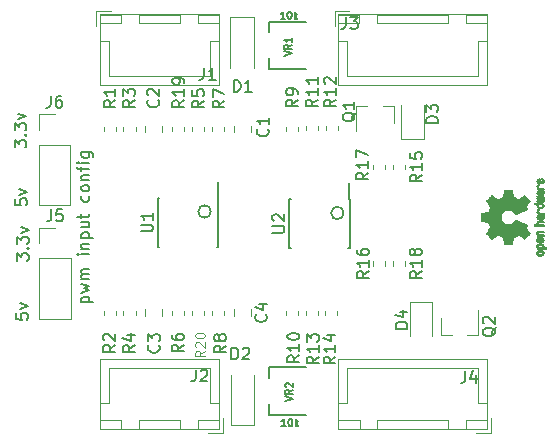
<source format=gbr>
G04 #@! TF.GenerationSoftware,KiCad,Pcbnew,(5.0.1)-3*
G04 #@! TF.CreationDate,2019-04-20T23:10:37-04:00*
G04 #@! TF.ProjectId,mars-aqua-adapter,6D6172732D617175612D616461707465,rev?*
G04 #@! TF.SameCoordinates,Original*
G04 #@! TF.FileFunction,Legend,Top*
G04 #@! TF.FilePolarity,Positive*
%FSLAX46Y46*%
G04 Gerber Fmt 4.6, Leading zero omitted, Abs format (unit mm)*
G04 Created by KiCad (PCBNEW (5.0.1)-3) date 4/20/2019 11:10:37 PM*
%MOMM*%
%LPD*%
G01*
G04 APERTURE LIST*
%ADD10C,0.200000*%
%ADD11C,0.150000*%
%ADD12C,0.120000*%
%ADD13C,0.203200*%
%ADD14C,0.010000*%
%ADD15C,0.127000*%
%ADD16C,0.100000*%
G04 APERTURE END LIST*
D10*
X114100954Y-101901782D02*
X115100954Y-101901782D01*
X114148573Y-101901782D02*
X114100954Y-101806544D01*
X114100954Y-101616068D01*
X114148573Y-101520830D01*
X114196192Y-101473211D01*
X114291430Y-101425592D01*
X114577144Y-101425592D01*
X114672382Y-101473211D01*
X114720001Y-101520830D01*
X114767620Y-101616068D01*
X114767620Y-101806544D01*
X114720001Y-101901782D01*
X114100954Y-101092259D02*
X114767620Y-100901782D01*
X114291430Y-100711306D01*
X114767620Y-100520830D01*
X114100954Y-100330354D01*
X114767620Y-99949401D02*
X114100954Y-99949401D01*
X114196192Y-99949401D02*
X114148573Y-99901782D01*
X114100954Y-99806544D01*
X114100954Y-99663687D01*
X114148573Y-99568449D01*
X114243811Y-99520830D01*
X114767620Y-99520830D01*
X114243811Y-99520830D02*
X114148573Y-99473211D01*
X114100954Y-99377973D01*
X114100954Y-99235116D01*
X114148573Y-99139878D01*
X114243811Y-99092259D01*
X114767620Y-99092259D01*
X114767620Y-97854163D02*
X114100954Y-97854163D01*
X113767620Y-97854163D02*
X113815240Y-97901782D01*
X113862859Y-97854163D01*
X113815240Y-97806544D01*
X113767620Y-97854163D01*
X113862859Y-97854163D01*
X114100954Y-97377973D02*
X114767620Y-97377973D01*
X114196192Y-97377973D02*
X114148573Y-97330354D01*
X114100954Y-97235116D01*
X114100954Y-97092259D01*
X114148573Y-96997020D01*
X114243811Y-96949401D01*
X114767620Y-96949401D01*
X114100954Y-96473211D02*
X115100954Y-96473211D01*
X114148573Y-96473211D02*
X114100954Y-96377973D01*
X114100954Y-96187497D01*
X114148573Y-96092259D01*
X114196192Y-96044640D01*
X114291430Y-95997020D01*
X114577144Y-95997020D01*
X114672382Y-96044640D01*
X114720001Y-96092259D01*
X114767620Y-96187497D01*
X114767620Y-96377973D01*
X114720001Y-96473211D01*
X114100954Y-95139878D02*
X114767620Y-95139878D01*
X114100954Y-95568449D02*
X114624763Y-95568449D01*
X114720001Y-95520830D01*
X114767620Y-95425592D01*
X114767620Y-95282735D01*
X114720001Y-95187497D01*
X114672382Y-95139878D01*
X114100954Y-94806544D02*
X114100954Y-94425592D01*
X113767620Y-94663687D02*
X114624763Y-94663687D01*
X114720001Y-94616068D01*
X114767620Y-94520830D01*
X114767620Y-94425592D01*
X114720001Y-92901782D02*
X114767620Y-92997020D01*
X114767620Y-93187497D01*
X114720001Y-93282735D01*
X114672382Y-93330354D01*
X114577144Y-93377973D01*
X114291430Y-93377973D01*
X114196192Y-93330354D01*
X114148573Y-93282735D01*
X114100954Y-93187497D01*
X114100954Y-92997020D01*
X114148573Y-92901782D01*
X114767620Y-92330354D02*
X114720001Y-92425592D01*
X114672382Y-92473211D01*
X114577144Y-92520830D01*
X114291430Y-92520830D01*
X114196192Y-92473211D01*
X114148573Y-92425592D01*
X114100954Y-92330354D01*
X114100954Y-92187497D01*
X114148573Y-92092259D01*
X114196192Y-92044640D01*
X114291430Y-91997020D01*
X114577144Y-91997020D01*
X114672382Y-92044640D01*
X114720001Y-92092259D01*
X114767620Y-92187497D01*
X114767620Y-92330354D01*
X114100954Y-91568449D02*
X114767620Y-91568449D01*
X114196192Y-91568449D02*
X114148573Y-91520830D01*
X114100954Y-91425592D01*
X114100954Y-91282735D01*
X114148573Y-91187497D01*
X114243811Y-91139878D01*
X114767620Y-91139878D01*
X114100954Y-90806544D02*
X114100954Y-90425592D01*
X114767620Y-90663687D02*
X113910478Y-90663687D01*
X113815240Y-90616068D01*
X113767620Y-90520830D01*
X113767620Y-90425592D01*
X114767620Y-90092259D02*
X114100954Y-90092259D01*
X113767620Y-90092259D02*
X113815240Y-90139878D01*
X113862859Y-90092259D01*
X113815240Y-90044640D01*
X113767620Y-90092259D01*
X113862859Y-90092259D01*
X114100954Y-89187497D02*
X114910478Y-89187497D01*
X115005716Y-89235116D01*
X115053335Y-89282735D01*
X115100954Y-89377973D01*
X115100954Y-89520830D01*
X115053335Y-89616068D01*
X114720001Y-89187497D02*
X114767620Y-89282735D01*
X114767620Y-89473211D01*
X114720001Y-89568449D01*
X114672382Y-89616068D01*
X114577144Y-89663687D01*
X114291430Y-89663687D01*
X114196192Y-89616068D01*
X114148573Y-89568449D01*
X114100954Y-89473211D01*
X114100954Y-89282735D01*
X114148573Y-89187497D01*
X108489500Y-93167817D02*
X108489500Y-93644007D01*
X108965691Y-93691626D01*
X108918072Y-93644007D01*
X108870453Y-93548769D01*
X108870453Y-93310674D01*
X108918072Y-93215436D01*
X108965691Y-93167817D01*
X109060929Y-93120198D01*
X109299024Y-93120198D01*
X109394262Y-93167817D01*
X109441881Y-93215436D01*
X109489500Y-93310674D01*
X109489500Y-93548769D01*
X109441881Y-93644007D01*
X109394262Y-93691626D01*
X108822834Y-92786864D02*
X109489500Y-92548769D01*
X108822834Y-92310674D01*
X108568240Y-102855377D02*
X108568240Y-103331567D01*
X109044431Y-103379186D01*
X108996812Y-103331567D01*
X108949193Y-103236329D01*
X108949193Y-102998234D01*
X108996812Y-102902996D01*
X109044431Y-102855377D01*
X109139669Y-102807758D01*
X109377764Y-102807758D01*
X109473002Y-102855377D01*
X109520621Y-102902996D01*
X109568240Y-102998234D01*
X109568240Y-103236329D01*
X109520621Y-103331567D01*
X109473002Y-103379186D01*
X108901574Y-102474424D02*
X109568240Y-102236329D01*
X108901574Y-101998234D01*
X108626660Y-98387991D02*
X108626660Y-97768943D01*
X109007613Y-98102277D01*
X109007613Y-97959420D01*
X109055232Y-97864181D01*
X109102851Y-97816562D01*
X109198089Y-97768943D01*
X109436184Y-97768943D01*
X109531422Y-97816562D01*
X109579041Y-97864181D01*
X109626660Y-97959420D01*
X109626660Y-98245134D01*
X109579041Y-98340372D01*
X109531422Y-98387991D01*
X109531422Y-97340372D02*
X109579041Y-97292753D01*
X109626660Y-97340372D01*
X109579041Y-97387991D01*
X109531422Y-97340372D01*
X109626660Y-97340372D01*
X108626660Y-96959420D02*
X108626660Y-96340372D01*
X109007613Y-96673705D01*
X109007613Y-96530848D01*
X109055232Y-96435610D01*
X109102851Y-96387991D01*
X109198089Y-96340372D01*
X109436184Y-96340372D01*
X109531422Y-96387991D01*
X109579041Y-96435610D01*
X109626660Y-96530848D01*
X109626660Y-96816562D01*
X109579041Y-96911800D01*
X109531422Y-96959420D01*
X108959994Y-96007039D02*
X109626660Y-95768943D01*
X108959994Y-95530848D01*
X108438700Y-88789331D02*
X108438700Y-88170283D01*
X108819653Y-88503617D01*
X108819653Y-88360760D01*
X108867272Y-88265521D01*
X108914891Y-88217902D01*
X109010129Y-88170283D01*
X109248224Y-88170283D01*
X109343462Y-88217902D01*
X109391081Y-88265521D01*
X109438700Y-88360760D01*
X109438700Y-88646474D01*
X109391081Y-88741712D01*
X109343462Y-88789331D01*
X109343462Y-87741712D02*
X109391081Y-87694093D01*
X109438700Y-87741712D01*
X109391081Y-87789331D01*
X109343462Y-87741712D01*
X109438700Y-87741712D01*
X108438700Y-87360760D02*
X108438700Y-86741712D01*
X108819653Y-87075045D01*
X108819653Y-86932188D01*
X108867272Y-86836950D01*
X108914891Y-86789331D01*
X109010129Y-86741712D01*
X109248224Y-86741712D01*
X109343462Y-86789331D01*
X109391081Y-86836950D01*
X109438700Y-86932188D01*
X109438700Y-87217902D01*
X109391081Y-87313140D01*
X109343462Y-87360760D01*
X108772034Y-86408379D02*
X109438700Y-86170283D01*
X108772034Y-85932188D01*
X136304667Y-94348300D02*
G75*
G03X136304667Y-94348300I-531507J0D01*
G01*
X125060087Y-94226380D02*
G75*
G03X125060087Y-94226380I-531507J0D01*
G01*
D11*
G04 #@! TO.C,U2*
X136775000Y-93175000D02*
X136775000Y-91775000D01*
X131675000Y-93175000D02*
X131675000Y-97325000D01*
X136825000Y-93175000D02*
X136825000Y-97325000D01*
X131675000Y-93175000D02*
X131820000Y-93175000D01*
X131675000Y-97325000D02*
X131820000Y-97325000D01*
X136825000Y-97325000D02*
X136680000Y-97325000D01*
X136825000Y-93175000D02*
X136775000Y-93175000D01*
D12*
G04 #@! TO.C,R16*
X138796300Y-98796267D02*
X138796300Y-98453733D01*
X139816300Y-98796267D02*
X139816300Y-98453733D01*
G04 #@! TO.C,D2*
X128736280Y-112339020D02*
X128736280Y-108039020D01*
X126736280Y-112339020D02*
X128736280Y-112339020D01*
X126736280Y-108039020D02*
X126736280Y-112339020D01*
G04 #@! TO.C,J2*
X125760000Y-112660000D02*
X125760000Y-106690000D01*
X125760000Y-106690000D02*
X115640000Y-106690000D01*
X115640000Y-106690000D02*
X115640000Y-112660000D01*
X115640000Y-112660000D02*
X125760000Y-112660000D01*
X122450000Y-112650000D02*
X122450000Y-111900000D01*
X122450000Y-111900000D02*
X118950000Y-111900000D01*
X118950000Y-111900000D02*
X118950000Y-112650000D01*
X118950000Y-112650000D02*
X122450000Y-112650000D01*
X125750000Y-112650000D02*
X125750000Y-111900000D01*
X125750000Y-111900000D02*
X123950000Y-111900000D01*
X123950000Y-111900000D02*
X123950000Y-112650000D01*
X123950000Y-112650000D02*
X125750000Y-112650000D01*
X117450000Y-112650000D02*
X117450000Y-111900000D01*
X117450000Y-111900000D02*
X115650000Y-111900000D01*
X115650000Y-111900000D02*
X115650000Y-112650000D01*
X115650000Y-112650000D02*
X117450000Y-112650000D01*
X125750000Y-110400000D02*
X125000000Y-110400000D01*
X125000000Y-110400000D02*
X125000000Y-107450000D01*
X125000000Y-107450000D02*
X120700000Y-107450000D01*
X115650000Y-110400000D02*
X116400000Y-110400000D01*
X116400000Y-110400000D02*
X116400000Y-107450000D01*
X116400000Y-107450000D02*
X120700000Y-107450000D01*
X124800000Y-112950000D02*
X126050000Y-112950000D01*
X126050000Y-112950000D02*
X126050000Y-111700000D01*
G04 #@! TO.C,J1*
X115350000Y-77250000D02*
X115350000Y-78500000D01*
X116600000Y-77250000D02*
X115350000Y-77250000D01*
X125000000Y-82750000D02*
X120700000Y-82750000D01*
X125000000Y-79800000D02*
X125000000Y-82750000D01*
X125750000Y-79800000D02*
X125000000Y-79800000D01*
X116400000Y-82750000D02*
X120700000Y-82750000D01*
X116400000Y-79800000D02*
X116400000Y-82750000D01*
X115650000Y-79800000D02*
X116400000Y-79800000D01*
X125750000Y-77550000D02*
X123950000Y-77550000D01*
X125750000Y-78300000D02*
X125750000Y-77550000D01*
X123950000Y-78300000D02*
X125750000Y-78300000D01*
X123950000Y-77550000D02*
X123950000Y-78300000D01*
X117450000Y-77550000D02*
X115650000Y-77550000D01*
X117450000Y-78300000D02*
X117450000Y-77550000D01*
X115650000Y-78300000D02*
X117450000Y-78300000D01*
X115650000Y-77550000D02*
X115650000Y-78300000D01*
X122450000Y-77550000D02*
X118950000Y-77550000D01*
X122450000Y-78300000D02*
X122450000Y-77550000D01*
X118950000Y-78300000D02*
X122450000Y-78300000D01*
X118950000Y-77550000D02*
X118950000Y-78300000D01*
X125760000Y-77540000D02*
X115640000Y-77540000D01*
X125760000Y-83510000D02*
X125760000Y-77540000D01*
X115640000Y-83510000D02*
X125760000Y-83510000D01*
X115640000Y-77540000D02*
X115640000Y-83510000D01*
G04 #@! TO.C,J3*
X135822360Y-77540000D02*
X135822360Y-83510000D01*
X135822360Y-83510000D02*
X148442360Y-83510000D01*
X148442360Y-83510000D02*
X148442360Y-77540000D01*
X148442360Y-77540000D02*
X135822360Y-77540000D01*
X139132360Y-77550000D02*
X139132360Y-78300000D01*
X139132360Y-78300000D02*
X145132360Y-78300000D01*
X145132360Y-78300000D02*
X145132360Y-77550000D01*
X145132360Y-77550000D02*
X139132360Y-77550000D01*
X135832360Y-77550000D02*
X135832360Y-78300000D01*
X135832360Y-78300000D02*
X137632360Y-78300000D01*
X137632360Y-78300000D02*
X137632360Y-77550000D01*
X137632360Y-77550000D02*
X135832360Y-77550000D01*
X146632360Y-77550000D02*
X146632360Y-78300000D01*
X146632360Y-78300000D02*
X148432360Y-78300000D01*
X148432360Y-78300000D02*
X148432360Y-77550000D01*
X148432360Y-77550000D02*
X146632360Y-77550000D01*
X135832360Y-79800000D02*
X136582360Y-79800000D01*
X136582360Y-79800000D02*
X136582360Y-82750000D01*
X136582360Y-82750000D02*
X142132360Y-82750000D01*
X148432360Y-79800000D02*
X147682360Y-79800000D01*
X147682360Y-79800000D02*
X147682360Y-82750000D01*
X147682360Y-82750000D02*
X142132360Y-82750000D01*
X136782360Y-77250000D02*
X135532360Y-77250000D01*
X135532360Y-77250000D02*
X135532360Y-78500000D01*
G04 #@! TO.C,J4*
X148750000Y-112950000D02*
X148750000Y-111700000D01*
X147500000Y-112950000D02*
X148750000Y-112950000D01*
X136600000Y-107450000D02*
X142150000Y-107450000D01*
X136600000Y-110400000D02*
X136600000Y-107450000D01*
X135850000Y-110400000D02*
X136600000Y-110400000D01*
X147700000Y-107450000D02*
X142150000Y-107450000D01*
X147700000Y-110400000D02*
X147700000Y-107450000D01*
X148450000Y-110400000D02*
X147700000Y-110400000D01*
X135850000Y-112650000D02*
X137650000Y-112650000D01*
X135850000Y-111900000D02*
X135850000Y-112650000D01*
X137650000Y-111900000D02*
X135850000Y-111900000D01*
X137650000Y-112650000D02*
X137650000Y-111900000D01*
X146650000Y-112650000D02*
X148450000Y-112650000D01*
X146650000Y-111900000D02*
X146650000Y-112650000D01*
X148450000Y-111900000D02*
X146650000Y-111900000D01*
X148450000Y-112650000D02*
X148450000Y-111900000D01*
X139150000Y-112650000D02*
X145150000Y-112650000D01*
X139150000Y-111900000D02*
X139150000Y-112650000D01*
X145150000Y-111900000D02*
X139150000Y-111900000D01*
X145150000Y-112650000D02*
X145150000Y-111900000D01*
X135840000Y-112660000D02*
X148460000Y-112660000D01*
X135840000Y-106690000D02*
X135840000Y-112660000D01*
X148460000Y-106690000D02*
X135840000Y-106690000D01*
X148460000Y-112660000D02*
X148460000Y-106690000D01*
G04 #@! TO.C,R1*
X115990000Y-87027873D02*
X115990000Y-87370407D01*
X117010000Y-87027873D02*
X117010000Y-87370407D01*
G04 #@! TO.C,R2*
X115990000Y-102946267D02*
X115990000Y-102603733D01*
X117010000Y-102946267D02*
X117010000Y-102603733D01*
G04 #@! TO.C,R3*
X117664380Y-87370407D02*
X117664380Y-87027873D01*
X118684380Y-87370407D02*
X118684380Y-87027873D01*
G04 #@! TO.C,R4*
X117664380Y-102603733D02*
X117664380Y-102946267D01*
X118684380Y-102603733D02*
X118684380Y-102946267D01*
G04 #@! TO.C,R5*
X123467520Y-87370407D02*
X123467520Y-87027873D01*
X124487520Y-87370407D02*
X124487520Y-87027873D01*
G04 #@! TO.C,R6*
X121793140Y-102603733D02*
X121793140Y-102946267D01*
X122813140Y-102603733D02*
X122813140Y-102946267D01*
G04 #@! TO.C,R7*
X125141900Y-87027873D02*
X125141900Y-87370407D01*
X126161900Y-87027873D02*
X126161900Y-87370407D01*
G04 #@! TO.C,R8*
X125141900Y-102946267D02*
X125141900Y-102603733D01*
X126161900Y-102946267D02*
X126161900Y-102603733D01*
G04 #@! TO.C,R9*
X131422680Y-87386007D02*
X131422680Y-87043473D01*
X132442680Y-87386007D02*
X132442680Y-87043473D01*
G04 #@! TO.C,R10*
X131422680Y-102603733D02*
X131422680Y-102946267D01*
X132442680Y-102603733D02*
X132442680Y-102946267D01*
G04 #@! TO.C,R11*
X133140000Y-87003733D02*
X133140000Y-87346267D01*
X134160000Y-87003733D02*
X134160000Y-87346267D01*
G04 #@! TO.C,R12*
X134790000Y-87346267D02*
X134790000Y-87003733D01*
X135810000Y-87346267D02*
X135810000Y-87003733D01*
G04 #@! TO.C,R13*
X133140000Y-102946267D02*
X133140000Y-102603733D01*
X134160000Y-102946267D02*
X134160000Y-102603733D01*
G04 #@! TO.C,R14*
X134745000Y-102603733D02*
X134745000Y-102946267D01*
X135765000Y-102603733D02*
X135765000Y-102946267D01*
G04 #@! TO.C,R15*
X140457460Y-90246353D02*
X140457460Y-90588887D01*
X141477460Y-90246353D02*
X141477460Y-90588887D01*
G04 #@! TO.C,R17*
X139816300Y-90246353D02*
X139816300Y-90588887D01*
X138796300Y-90246353D02*
X138796300Y-90588887D01*
G04 #@! TO.C,R18*
X141477460Y-98796267D02*
X141477460Y-98453733D01*
X140457460Y-98796267D02*
X140457460Y-98453733D01*
D13*
G04 #@! TO.C,VR1*
X130022200Y-78145940D02*
X133141320Y-78145940D01*
X130022200Y-79050180D02*
X130022200Y-78145940D01*
X130022200Y-82154060D02*
X133141320Y-82154060D01*
X130022200Y-81249820D02*
X130022200Y-82154060D01*
G04 #@! TO.C,VR2*
X130022200Y-110507780D02*
X130022200Y-111412020D01*
X130022200Y-111412020D02*
X133141320Y-111412020D01*
X130022200Y-108308140D02*
X130022200Y-107403900D01*
X130022200Y-107403900D02*
X133141320Y-107403900D01*
D12*
G04 #@! TO.C,D1*
X128696280Y-82072420D02*
X128696280Y-77772420D01*
X128696280Y-77772420D02*
X126696280Y-77772420D01*
X126696280Y-77772420D02*
X126696280Y-82072420D01*
G04 #@! TO.C,D3*
X141153000Y-85234380D02*
X141153000Y-88094380D01*
X141153000Y-88094380D02*
X143073000Y-88094380D01*
X143073000Y-88094380D02*
X143073000Y-85234380D01*
G04 #@! TO.C,D4*
X141890000Y-101915000D02*
X141890000Y-104775000D01*
X143810000Y-101915000D02*
X141890000Y-101915000D01*
X143810000Y-104775000D02*
X143810000Y-101915000D01*
D14*
G04 #@! TO.C,REF\002A\002A*
G36*
X147927848Y-94584750D02*
X147928278Y-94506206D01*
X147929442Y-94449362D01*
X147931707Y-94410555D01*
X147935440Y-94386122D01*
X147941006Y-94372398D01*
X147948773Y-94365720D01*
X147959105Y-94362424D01*
X147960443Y-94362104D01*
X147984579Y-94357098D01*
X148032201Y-94347831D01*
X148098241Y-94335268D01*
X148177628Y-94320373D01*
X148265296Y-94304109D01*
X148268375Y-94303541D01*
X148354289Y-94287250D01*
X148430196Y-94272008D01*
X148491545Y-94258799D01*
X148533782Y-94248606D01*
X148552355Y-94242412D01*
X148552684Y-94242117D01*
X148561753Y-94223872D01*
X148576867Y-94186255D01*
X148594762Y-94137389D01*
X148594858Y-94137117D01*
X148617993Y-94075567D01*
X148647465Y-94003003D01*
X148677097Y-93934603D01*
X148678562Y-93931366D01*
X148729126Y-93819958D01*
X148560660Y-93573261D01*
X148509303Y-93497583D01*
X148463389Y-93429029D01*
X148425530Y-93371572D01*
X148398337Y-93329184D01*
X148384421Y-93305835D01*
X148383389Y-93303618D01*
X148387984Y-93286650D01*
X148410155Y-93254959D01*
X148450947Y-93207308D01*
X148511405Y-93142462D01*
X148575727Y-93076263D01*
X148639112Y-93012446D01*
X148696951Y-92955331D01*
X148745675Y-92908355D01*
X148781710Y-92874957D01*
X148801484Y-92858575D01*
X148802502Y-92857966D01*
X148816072Y-92856155D01*
X148838233Y-92862977D01*
X148871978Y-92880120D01*
X148920300Y-92909267D01*
X148986192Y-92952105D01*
X149071017Y-93009212D01*
X149145677Y-93059894D01*
X149212640Y-93105199D01*
X149268016Y-93142510D01*
X149307920Y-93169208D01*
X149328462Y-93182675D01*
X149329856Y-93183523D01*
X149349538Y-93181879D01*
X149387793Y-93169415D01*
X149437389Y-93148612D01*
X149453228Y-93141198D01*
X149523790Y-93108846D01*
X149603853Y-93074332D01*
X149673129Y-93046295D01*
X149724545Y-93026092D01*
X149763619Y-93010045D01*
X149784041Y-93000772D01*
X149785614Y-92999619D01*
X149788221Y-92982564D01*
X149795363Y-92942362D01*
X149806023Y-92884358D01*
X149819185Y-92813897D01*
X149833833Y-92736325D01*
X149848949Y-92656988D01*
X149863518Y-92581229D01*
X149876522Y-92514396D01*
X149886945Y-92461832D01*
X149893770Y-92428884D01*
X149895699Y-92420803D01*
X149900462Y-92412455D01*
X149911218Y-92406154D01*
X149931598Y-92401615D01*
X149965234Y-92398556D01*
X150015755Y-92396693D01*
X150086792Y-92395742D01*
X150181976Y-92395420D01*
X150220992Y-92395403D01*
X150538299Y-92395403D01*
X150553339Y-92471603D01*
X150561495Y-92513997D01*
X150573399Y-92577260D01*
X150587616Y-92653698D01*
X150602710Y-92735617D01*
X150606855Y-92758260D01*
X150621553Y-92833854D01*
X150636005Y-92899707D01*
X150648875Y-92950294D01*
X150658822Y-92980086D01*
X150661787Y-92985048D01*
X150682783Y-92997234D01*
X150723467Y-93014707D01*
X150775822Y-93034083D01*
X150787100Y-93037926D01*
X150857023Y-93063321D01*
X150935918Y-93094843D01*
X151006766Y-93125691D01*
X151007095Y-93125843D01*
X151118233Y-93177213D01*
X151366753Y-93008261D01*
X151615272Y-92839308D01*
X151832558Y-93056231D01*
X151897226Y-93121841D01*
X151954233Y-93181681D01*
X152000533Y-93232393D01*
X152033084Y-93270614D01*
X152048843Y-93292985D01*
X152049843Y-93296194D01*
X152041969Y-93315034D01*
X152020078Y-93353480D01*
X151986767Y-93407330D01*
X151944631Y-93472384D01*
X151897443Y-93542720D01*
X151849310Y-93614105D01*
X151807428Y-93677752D01*
X151774371Y-93729619D01*
X151752718Y-93765665D01*
X151745043Y-93781793D01*
X151751537Y-93801471D01*
X151768650Y-93838785D01*
X151792826Y-93886039D01*
X151795513Y-93891048D01*
X151827427Y-93954683D01*
X151843079Y-93998319D01*
X151843245Y-94025458D01*
X151828704Y-94039603D01*
X151828500Y-94039685D01*
X151811279Y-94046755D01*
X151770399Y-94063618D01*
X151709025Y-94088965D01*
X151630319Y-94121489D01*
X151537447Y-94159882D01*
X151433572Y-94202838D01*
X151333002Y-94244438D01*
X151222016Y-94290156D01*
X151119203Y-94332134D01*
X151027715Y-94369112D01*
X150950701Y-94399833D01*
X150891315Y-94423038D01*
X150852709Y-94437470D01*
X150838300Y-94441917D01*
X150821772Y-94430764D01*
X150795430Y-94401591D01*
X150766387Y-94362689D01*
X150674539Y-94251903D01*
X150569259Y-94165309D01*
X150452766Y-94103944D01*
X150327276Y-94068845D01*
X150195007Y-94061052D01*
X150133957Y-94066717D01*
X150007295Y-94097582D01*
X149895441Y-94150740D01*
X149799501Y-94222893D01*
X149720576Y-94310743D01*
X149659770Y-94410995D01*
X149618187Y-94520350D01*
X149596928Y-94635513D01*
X149597099Y-94753185D01*
X149619801Y-94870070D01*
X149666138Y-94982871D01*
X149737213Y-95088291D01*
X149777411Y-95132292D01*
X149880629Y-95216681D01*
X149993425Y-95275438D01*
X150112510Y-95308956D01*
X150234595Y-95317625D01*
X150356393Y-95301837D01*
X150474616Y-95261982D01*
X150585975Y-95198453D01*
X150687184Y-95111639D01*
X150766387Y-95014631D01*
X150796662Y-94974223D01*
X150822719Y-94945678D01*
X150838325Y-94935403D01*
X150855343Y-94940783D01*
X150896000Y-94956085D01*
X150957142Y-94980048D01*
X151035619Y-95011416D01*
X151128280Y-95048928D01*
X151231972Y-95091327D01*
X151333026Y-95132997D01*
X151444107Y-95178970D01*
X151547041Y-95221553D01*
X151638665Y-95259439D01*
X151715816Y-95291320D01*
X151775331Y-95315889D01*
X151814044Y-95331840D01*
X151828500Y-95337750D01*
X151843185Y-95351712D01*
X151843142Y-95378720D01*
X151827599Y-95422247D01*
X151795784Y-95485770D01*
X151795513Y-95486272D01*
X151770823Y-95534100D01*
X151752838Y-95572763D01*
X151745114Y-95594565D01*
X151745043Y-95595527D01*
X151752878Y-95611939D01*
X151774665Y-95648173D01*
X151807828Y-95700186D01*
X151849791Y-95763935D01*
X151897443Y-95834600D01*
X151945691Y-95906544D01*
X151987651Y-95971386D01*
X152020727Y-96024925D01*
X152042321Y-96062963D01*
X152049843Y-96081127D01*
X152039957Y-96097852D01*
X152012326Y-96131480D01*
X151969995Y-96178650D01*
X151916005Y-96236002D01*
X151853399Y-96300176D01*
X151832483Y-96321163D01*
X151615123Y-96538161D01*
X151372720Y-96372992D01*
X151298281Y-96322796D01*
X151231472Y-96278741D01*
X151176165Y-96243298D01*
X151136229Y-96218941D01*
X151115536Y-96208138D01*
X151114063Y-96207822D01*
X151094558Y-96213517D01*
X151055322Y-96228834D01*
X151002930Y-96251123D01*
X150967855Y-96266767D01*
X150900701Y-96296019D01*
X150832858Y-96323566D01*
X150775534Y-96344923D01*
X150758072Y-96350725D01*
X150711438Y-96367208D01*
X150675405Y-96383320D01*
X150661787Y-96392170D01*
X150653452Y-96411700D01*
X150641637Y-96454326D01*
X150627681Y-96514515D01*
X150612922Y-96586738D01*
X150606855Y-96619060D01*
X150591773Y-96701138D01*
X150577169Y-96779865D01*
X150564480Y-96847551D01*
X150555142Y-96896500D01*
X150553339Y-96905717D01*
X150538299Y-96981917D01*
X150220992Y-96981917D01*
X150116654Y-96981746D01*
X150037713Y-96981044D01*
X149980538Y-96979526D01*
X149941499Y-96976911D01*
X149916965Y-96972914D01*
X149903305Y-96967251D01*
X149896889Y-96959640D01*
X149895699Y-96956517D01*
X149891480Y-96937682D01*
X149883062Y-96896072D01*
X149871461Y-96837030D01*
X149857695Y-96765903D01*
X149842780Y-96688035D01*
X149827732Y-96608773D01*
X149813569Y-96533462D01*
X149801306Y-96467447D01*
X149791961Y-96416073D01*
X149786550Y-96384685D01*
X149785614Y-96377701D01*
X149773096Y-96371375D01*
X149739746Y-96357370D01*
X149691877Y-96338305D01*
X149673129Y-96331026D01*
X149600695Y-96301664D01*
X149520670Y-96267089D01*
X149453228Y-96236123D01*
X149401659Y-96213337D01*
X149359285Y-96198178D01*
X149333334Y-96193118D01*
X149329856Y-96193924D01*
X149313436Y-96204619D01*
X149276917Y-96229040D01*
X149224187Y-96264565D01*
X149159135Y-96308573D01*
X149085651Y-96358443D01*
X149071145Y-96368304D01*
X148985204Y-96426168D01*
X148919761Y-96468704D01*
X148871804Y-96497606D01*
X148838320Y-96514570D01*
X148816295Y-96521293D01*
X148802717Y-96519470D01*
X148802631Y-96519424D01*
X148784797Y-96505074D01*
X148750317Y-96473337D01*
X148702768Y-96427650D01*
X148645722Y-96371456D01*
X148582755Y-96308192D01*
X148575727Y-96301058D01*
X148498520Y-96221330D01*
X148441830Y-96159803D01*
X148404610Y-96115239D01*
X148385815Y-96086403D01*
X148383389Y-96073702D01*
X148393971Y-96055166D01*
X148418416Y-96016699D01*
X148454112Y-95962274D01*
X148498447Y-95895862D01*
X148548811Y-95821435D01*
X148560660Y-95804059D01*
X148729126Y-95557363D01*
X148678562Y-95445954D01*
X148649095Y-95378203D01*
X148619459Y-95305477D01*
X148595830Y-95242957D01*
X148594858Y-95240203D01*
X148576957Y-95191300D01*
X148561820Y-95153603D01*
X148552710Y-95135235D01*
X148552684Y-95135204D01*
X148536217Y-95129375D01*
X148495719Y-95119468D01*
X148435742Y-95106465D01*
X148360840Y-95091351D01*
X148275564Y-95075108D01*
X148268375Y-95073779D01*
X148180514Y-95057485D01*
X148100760Y-95042527D01*
X148034181Y-95029869D01*
X147985847Y-95020474D01*
X147960825Y-95015306D01*
X147960443Y-95015216D01*
X147949799Y-95012071D01*
X147941762Y-95005956D01*
X147935967Y-94993207D01*
X147932047Y-94970160D01*
X147929635Y-94933151D01*
X147928365Y-94878516D01*
X147927871Y-94802593D01*
X147927786Y-94701716D01*
X147927786Y-94688660D01*
X147927848Y-94584750D01*
X147927848Y-94584750D01*
G37*
X147927848Y-94584750D02*
X147928278Y-94506206D01*
X147929442Y-94449362D01*
X147931707Y-94410555D01*
X147935440Y-94386122D01*
X147941006Y-94372398D01*
X147948773Y-94365720D01*
X147959105Y-94362424D01*
X147960443Y-94362104D01*
X147984579Y-94357098D01*
X148032201Y-94347831D01*
X148098241Y-94335268D01*
X148177628Y-94320373D01*
X148265296Y-94304109D01*
X148268375Y-94303541D01*
X148354289Y-94287250D01*
X148430196Y-94272008D01*
X148491545Y-94258799D01*
X148533782Y-94248606D01*
X148552355Y-94242412D01*
X148552684Y-94242117D01*
X148561753Y-94223872D01*
X148576867Y-94186255D01*
X148594762Y-94137389D01*
X148594858Y-94137117D01*
X148617993Y-94075567D01*
X148647465Y-94003003D01*
X148677097Y-93934603D01*
X148678562Y-93931366D01*
X148729126Y-93819958D01*
X148560660Y-93573261D01*
X148509303Y-93497583D01*
X148463389Y-93429029D01*
X148425530Y-93371572D01*
X148398337Y-93329184D01*
X148384421Y-93305835D01*
X148383389Y-93303618D01*
X148387984Y-93286650D01*
X148410155Y-93254959D01*
X148450947Y-93207308D01*
X148511405Y-93142462D01*
X148575727Y-93076263D01*
X148639112Y-93012446D01*
X148696951Y-92955331D01*
X148745675Y-92908355D01*
X148781710Y-92874957D01*
X148801484Y-92858575D01*
X148802502Y-92857966D01*
X148816072Y-92856155D01*
X148838233Y-92862977D01*
X148871978Y-92880120D01*
X148920300Y-92909267D01*
X148986192Y-92952105D01*
X149071017Y-93009212D01*
X149145677Y-93059894D01*
X149212640Y-93105199D01*
X149268016Y-93142510D01*
X149307920Y-93169208D01*
X149328462Y-93182675D01*
X149329856Y-93183523D01*
X149349538Y-93181879D01*
X149387793Y-93169415D01*
X149437389Y-93148612D01*
X149453228Y-93141198D01*
X149523790Y-93108846D01*
X149603853Y-93074332D01*
X149673129Y-93046295D01*
X149724545Y-93026092D01*
X149763619Y-93010045D01*
X149784041Y-93000772D01*
X149785614Y-92999619D01*
X149788221Y-92982564D01*
X149795363Y-92942362D01*
X149806023Y-92884358D01*
X149819185Y-92813897D01*
X149833833Y-92736325D01*
X149848949Y-92656988D01*
X149863518Y-92581229D01*
X149876522Y-92514396D01*
X149886945Y-92461832D01*
X149893770Y-92428884D01*
X149895699Y-92420803D01*
X149900462Y-92412455D01*
X149911218Y-92406154D01*
X149931598Y-92401615D01*
X149965234Y-92398556D01*
X150015755Y-92396693D01*
X150086792Y-92395742D01*
X150181976Y-92395420D01*
X150220992Y-92395403D01*
X150538299Y-92395403D01*
X150553339Y-92471603D01*
X150561495Y-92513997D01*
X150573399Y-92577260D01*
X150587616Y-92653698D01*
X150602710Y-92735617D01*
X150606855Y-92758260D01*
X150621553Y-92833854D01*
X150636005Y-92899707D01*
X150648875Y-92950294D01*
X150658822Y-92980086D01*
X150661787Y-92985048D01*
X150682783Y-92997234D01*
X150723467Y-93014707D01*
X150775822Y-93034083D01*
X150787100Y-93037926D01*
X150857023Y-93063321D01*
X150935918Y-93094843D01*
X151006766Y-93125691D01*
X151007095Y-93125843D01*
X151118233Y-93177213D01*
X151366753Y-93008261D01*
X151615272Y-92839308D01*
X151832558Y-93056231D01*
X151897226Y-93121841D01*
X151954233Y-93181681D01*
X152000533Y-93232393D01*
X152033084Y-93270614D01*
X152048843Y-93292985D01*
X152049843Y-93296194D01*
X152041969Y-93315034D01*
X152020078Y-93353480D01*
X151986767Y-93407330D01*
X151944631Y-93472384D01*
X151897443Y-93542720D01*
X151849310Y-93614105D01*
X151807428Y-93677752D01*
X151774371Y-93729619D01*
X151752718Y-93765665D01*
X151745043Y-93781793D01*
X151751537Y-93801471D01*
X151768650Y-93838785D01*
X151792826Y-93886039D01*
X151795513Y-93891048D01*
X151827427Y-93954683D01*
X151843079Y-93998319D01*
X151843245Y-94025458D01*
X151828704Y-94039603D01*
X151828500Y-94039685D01*
X151811279Y-94046755D01*
X151770399Y-94063618D01*
X151709025Y-94088965D01*
X151630319Y-94121489D01*
X151537447Y-94159882D01*
X151433572Y-94202838D01*
X151333002Y-94244438D01*
X151222016Y-94290156D01*
X151119203Y-94332134D01*
X151027715Y-94369112D01*
X150950701Y-94399833D01*
X150891315Y-94423038D01*
X150852709Y-94437470D01*
X150838300Y-94441917D01*
X150821772Y-94430764D01*
X150795430Y-94401591D01*
X150766387Y-94362689D01*
X150674539Y-94251903D01*
X150569259Y-94165309D01*
X150452766Y-94103944D01*
X150327276Y-94068845D01*
X150195007Y-94061052D01*
X150133957Y-94066717D01*
X150007295Y-94097582D01*
X149895441Y-94150740D01*
X149799501Y-94222893D01*
X149720576Y-94310743D01*
X149659770Y-94410995D01*
X149618187Y-94520350D01*
X149596928Y-94635513D01*
X149597099Y-94753185D01*
X149619801Y-94870070D01*
X149666138Y-94982871D01*
X149737213Y-95088291D01*
X149777411Y-95132292D01*
X149880629Y-95216681D01*
X149993425Y-95275438D01*
X150112510Y-95308956D01*
X150234595Y-95317625D01*
X150356393Y-95301837D01*
X150474616Y-95261982D01*
X150585975Y-95198453D01*
X150687184Y-95111639D01*
X150766387Y-95014631D01*
X150796662Y-94974223D01*
X150822719Y-94945678D01*
X150838325Y-94935403D01*
X150855343Y-94940783D01*
X150896000Y-94956085D01*
X150957142Y-94980048D01*
X151035619Y-95011416D01*
X151128280Y-95048928D01*
X151231972Y-95091327D01*
X151333026Y-95132997D01*
X151444107Y-95178970D01*
X151547041Y-95221553D01*
X151638665Y-95259439D01*
X151715816Y-95291320D01*
X151775331Y-95315889D01*
X151814044Y-95331840D01*
X151828500Y-95337750D01*
X151843185Y-95351712D01*
X151843142Y-95378720D01*
X151827599Y-95422247D01*
X151795784Y-95485770D01*
X151795513Y-95486272D01*
X151770823Y-95534100D01*
X151752838Y-95572763D01*
X151745114Y-95594565D01*
X151745043Y-95595527D01*
X151752878Y-95611939D01*
X151774665Y-95648173D01*
X151807828Y-95700186D01*
X151849791Y-95763935D01*
X151897443Y-95834600D01*
X151945691Y-95906544D01*
X151987651Y-95971386D01*
X152020727Y-96024925D01*
X152042321Y-96062963D01*
X152049843Y-96081127D01*
X152039957Y-96097852D01*
X152012326Y-96131480D01*
X151969995Y-96178650D01*
X151916005Y-96236002D01*
X151853399Y-96300176D01*
X151832483Y-96321163D01*
X151615123Y-96538161D01*
X151372720Y-96372992D01*
X151298281Y-96322796D01*
X151231472Y-96278741D01*
X151176165Y-96243298D01*
X151136229Y-96218941D01*
X151115536Y-96208138D01*
X151114063Y-96207822D01*
X151094558Y-96213517D01*
X151055322Y-96228834D01*
X151002930Y-96251123D01*
X150967855Y-96266767D01*
X150900701Y-96296019D01*
X150832858Y-96323566D01*
X150775534Y-96344923D01*
X150758072Y-96350725D01*
X150711438Y-96367208D01*
X150675405Y-96383320D01*
X150661787Y-96392170D01*
X150653452Y-96411700D01*
X150641637Y-96454326D01*
X150627681Y-96514515D01*
X150612922Y-96586738D01*
X150606855Y-96619060D01*
X150591773Y-96701138D01*
X150577169Y-96779865D01*
X150564480Y-96847551D01*
X150555142Y-96896500D01*
X150553339Y-96905717D01*
X150538299Y-96981917D01*
X150220992Y-96981917D01*
X150116654Y-96981746D01*
X150037713Y-96981044D01*
X149980538Y-96979526D01*
X149941499Y-96976911D01*
X149916965Y-96972914D01*
X149903305Y-96967251D01*
X149896889Y-96959640D01*
X149895699Y-96956517D01*
X149891480Y-96937682D01*
X149883062Y-96896072D01*
X149871461Y-96837030D01*
X149857695Y-96765903D01*
X149842780Y-96688035D01*
X149827732Y-96608773D01*
X149813569Y-96533462D01*
X149801306Y-96467447D01*
X149791961Y-96416073D01*
X149786550Y-96384685D01*
X149785614Y-96377701D01*
X149773096Y-96371375D01*
X149739746Y-96357370D01*
X149691877Y-96338305D01*
X149673129Y-96331026D01*
X149600695Y-96301664D01*
X149520670Y-96267089D01*
X149453228Y-96236123D01*
X149401659Y-96213337D01*
X149359285Y-96198178D01*
X149333334Y-96193118D01*
X149329856Y-96193924D01*
X149313436Y-96204619D01*
X149276917Y-96229040D01*
X149224187Y-96264565D01*
X149159135Y-96308573D01*
X149085651Y-96358443D01*
X149071145Y-96368304D01*
X148985204Y-96426168D01*
X148919761Y-96468704D01*
X148871804Y-96497606D01*
X148838320Y-96514570D01*
X148816295Y-96521293D01*
X148802717Y-96519470D01*
X148802631Y-96519424D01*
X148784797Y-96505074D01*
X148750317Y-96473337D01*
X148702768Y-96427650D01*
X148645722Y-96371456D01*
X148582755Y-96308192D01*
X148575727Y-96301058D01*
X148498520Y-96221330D01*
X148441830Y-96159803D01*
X148404610Y-96115239D01*
X148385815Y-96086403D01*
X148383389Y-96073702D01*
X148393971Y-96055166D01*
X148418416Y-96016699D01*
X148454112Y-95962274D01*
X148498447Y-95895862D01*
X148548811Y-95821435D01*
X148560660Y-95804059D01*
X148729126Y-95557363D01*
X148678562Y-95445954D01*
X148649095Y-95378203D01*
X148619459Y-95305477D01*
X148595830Y-95242957D01*
X148594858Y-95240203D01*
X148576957Y-95191300D01*
X148561820Y-95153603D01*
X148552710Y-95135235D01*
X148552684Y-95135204D01*
X148536217Y-95129375D01*
X148495719Y-95119468D01*
X148435742Y-95106465D01*
X148360840Y-95091351D01*
X148275564Y-95075108D01*
X148268375Y-95073779D01*
X148180514Y-95057485D01*
X148100760Y-95042527D01*
X148034181Y-95029869D01*
X147985847Y-95020474D01*
X147960825Y-95015306D01*
X147960443Y-95015216D01*
X147949799Y-95012071D01*
X147941762Y-95005956D01*
X147935967Y-94993207D01*
X147932047Y-94970160D01*
X147929635Y-94933151D01*
X147928365Y-94878516D01*
X147927871Y-94802593D01*
X147927786Y-94701716D01*
X147927786Y-94688660D01*
X147927848Y-94584750D01*
G36*
X152652466Y-91535065D02*
X152689997Y-91477639D01*
X152723596Y-91449941D01*
X152784564Y-91427998D01*
X152832808Y-91426255D01*
X152897316Y-91430203D01*
X152962434Y-91578974D01*
X152995702Y-91651311D01*
X153022464Y-91698576D01*
X153045644Y-91723153D01*
X153068167Y-91727423D01*
X153092955Y-91713771D01*
X153109386Y-91698717D01*
X153135735Y-91654914D01*
X153137581Y-91607271D01*
X153117046Y-91563515D01*
X153076252Y-91531371D01*
X153061847Y-91525622D01*
X153016856Y-91498084D01*
X152997682Y-91466402D01*
X152981279Y-91422946D01*
X153043466Y-91422946D01*
X153085783Y-91426788D01*
X153121469Y-91441837D01*
X153162443Y-91473380D01*
X153167767Y-91478068D01*
X153204220Y-91513154D01*
X153223783Y-91543313D01*
X153232783Y-91581045D01*
X153235730Y-91612325D01*
X153236465Y-91668275D01*
X153227160Y-91708105D01*
X153213346Y-91732952D01*
X153182967Y-91772004D01*
X153150113Y-91799035D01*
X153108794Y-91816143D01*
X153053021Y-91825422D01*
X152976805Y-91828967D01*
X152938122Y-91829250D01*
X152891747Y-91828288D01*
X152891747Y-91740653D01*
X152916626Y-91739637D01*
X152920700Y-91737104D01*
X152915165Y-91720386D01*
X152900517Y-91684411D01*
X152879690Y-91636329D01*
X152875214Y-91626274D01*
X152844314Y-91565508D01*
X152817157Y-91532028D01*
X152791720Y-91524670D01*
X152765981Y-91542269D01*
X152754609Y-91556804D01*
X152731864Y-91609250D01*
X152735622Y-91658338D01*
X152763384Y-91699433D01*
X152812652Y-91727902D01*
X152851757Y-91737029D01*
X152891747Y-91740653D01*
X152891747Y-91828288D01*
X152847749Y-91827375D01*
X152780884Y-91820464D01*
X152732195Y-91806776D01*
X152696349Y-91784564D01*
X152668013Y-91752086D01*
X152658855Y-91737927D01*
X152635007Y-91673607D01*
X152633506Y-91603187D01*
X152652466Y-91535065D01*
X152652466Y-91535065D01*
G37*
X152652466Y-91535065D02*
X152689997Y-91477639D01*
X152723596Y-91449941D01*
X152784564Y-91427998D01*
X152832808Y-91426255D01*
X152897316Y-91430203D01*
X152962434Y-91578974D01*
X152995702Y-91651311D01*
X153022464Y-91698576D01*
X153045644Y-91723153D01*
X153068167Y-91727423D01*
X153092955Y-91713771D01*
X153109386Y-91698717D01*
X153135735Y-91654914D01*
X153137581Y-91607271D01*
X153117046Y-91563515D01*
X153076252Y-91531371D01*
X153061847Y-91525622D01*
X153016856Y-91498084D01*
X152997682Y-91466402D01*
X152981279Y-91422946D01*
X153043466Y-91422946D01*
X153085783Y-91426788D01*
X153121469Y-91441837D01*
X153162443Y-91473380D01*
X153167767Y-91478068D01*
X153204220Y-91513154D01*
X153223783Y-91543313D01*
X153232783Y-91581045D01*
X153235730Y-91612325D01*
X153236465Y-91668275D01*
X153227160Y-91708105D01*
X153213346Y-91732952D01*
X153182967Y-91772004D01*
X153150113Y-91799035D01*
X153108794Y-91816143D01*
X153053021Y-91825422D01*
X152976805Y-91828967D01*
X152938122Y-91829250D01*
X152891747Y-91828288D01*
X152891747Y-91740653D01*
X152916626Y-91739637D01*
X152920700Y-91737104D01*
X152915165Y-91720386D01*
X152900517Y-91684411D01*
X152879690Y-91636329D01*
X152875214Y-91626274D01*
X152844314Y-91565508D01*
X152817157Y-91532028D01*
X152791720Y-91524670D01*
X152765981Y-91542269D01*
X152754609Y-91556804D01*
X152731864Y-91609250D01*
X152735622Y-91658338D01*
X152763384Y-91699433D01*
X152812652Y-91727902D01*
X152851757Y-91737029D01*
X152891747Y-91740653D01*
X152891747Y-91828288D01*
X152847749Y-91827375D01*
X152780884Y-91820464D01*
X152732195Y-91806776D01*
X152696349Y-91784564D01*
X152668013Y-91752086D01*
X152658855Y-91737927D01*
X152635007Y-91673607D01*
X152633506Y-91603187D01*
X152652466Y-91535065D01*
G36*
X152644252Y-92036060D02*
X152651834Y-92018712D01*
X152684628Y-91977304D01*
X152732047Y-91941895D01*
X152782651Y-91919996D01*
X152807598Y-91916431D01*
X152842427Y-91928381D01*
X152860857Y-91954593D01*
X152872016Y-91982696D01*
X152874072Y-91995565D01*
X152859149Y-92001831D01*
X152826675Y-92014204D01*
X152812002Y-92019632D01*
X152761244Y-92050070D01*
X152735927Y-92094140D01*
X152736706Y-92150650D01*
X152737703Y-92154835D01*
X152752007Y-92185005D01*
X152779893Y-92207184D01*
X152824787Y-92222333D01*
X152890115Y-92231410D01*
X152979304Y-92235374D01*
X153026761Y-92235746D01*
X153101571Y-92235930D01*
X153152569Y-92237138D01*
X153184971Y-92240351D01*
X153203995Y-92246551D01*
X153214856Y-92256720D01*
X153222772Y-92271841D01*
X153223170Y-92272714D01*
X153235481Y-92301832D01*
X153240014Y-92316257D01*
X153226309Y-92318474D01*
X153188425Y-92320371D01*
X153131215Y-92321813D01*
X153059527Y-92322662D01*
X153007065Y-92322831D01*
X152905547Y-92321968D01*
X152828532Y-92318590D01*
X152771523Y-92311518D01*
X152730026Y-92299572D01*
X152699543Y-92281570D01*
X152675580Y-92256333D01*
X152658855Y-92231413D01*
X152636597Y-92171489D01*
X152631576Y-92101749D01*
X152644252Y-92036060D01*
X152644252Y-92036060D01*
G37*
X152644252Y-92036060D02*
X152651834Y-92018712D01*
X152684628Y-91977304D01*
X152732047Y-91941895D01*
X152782651Y-91919996D01*
X152807598Y-91916431D01*
X152842427Y-91928381D01*
X152860857Y-91954593D01*
X152872016Y-91982696D01*
X152874072Y-91995565D01*
X152859149Y-92001831D01*
X152826675Y-92014204D01*
X152812002Y-92019632D01*
X152761244Y-92050070D01*
X152735927Y-92094140D01*
X152736706Y-92150650D01*
X152737703Y-92154835D01*
X152752007Y-92185005D01*
X152779893Y-92207184D01*
X152824787Y-92222333D01*
X152890115Y-92231410D01*
X152979304Y-92235374D01*
X153026761Y-92235746D01*
X153101571Y-92235930D01*
X153152569Y-92237138D01*
X153184971Y-92240351D01*
X153203995Y-92246551D01*
X153214856Y-92256720D01*
X153222772Y-92271841D01*
X153223170Y-92272714D01*
X153235481Y-92301832D01*
X153240014Y-92316257D01*
X153226309Y-92318474D01*
X153188425Y-92320371D01*
X153131215Y-92321813D01*
X153059527Y-92322662D01*
X153007065Y-92322831D01*
X152905547Y-92321968D01*
X152828532Y-92318590D01*
X152771523Y-92311518D01*
X152730026Y-92299572D01*
X152699543Y-92281570D01*
X152675580Y-92256333D01*
X152658855Y-92231413D01*
X152636597Y-92171489D01*
X152631576Y-92101749D01*
X152644252Y-92036060D01*
G36*
X152641835Y-92543784D02*
X152660844Y-92501993D01*
X152683878Y-92469191D01*
X152709633Y-92445157D01*
X152742858Y-92428563D01*
X152788300Y-92418083D01*
X152850707Y-92412389D01*
X152934827Y-92410153D01*
X152990221Y-92409917D01*
X153206326Y-92409917D01*
X153223170Y-92446886D01*
X153235481Y-92476004D01*
X153240014Y-92490429D01*
X153226525Y-92493188D01*
X153190153Y-92495378D01*
X153137042Y-92496718D01*
X153094872Y-92497003D01*
X153033947Y-92498226D01*
X152985615Y-92501524D01*
X152956018Y-92506339D01*
X152949729Y-92510164D01*
X152956152Y-92535877D01*
X152972625Y-92576242D01*
X152994958Y-92622981D01*
X153018957Y-92667815D01*
X153040430Y-92702467D01*
X153055185Y-92718658D01*
X153055345Y-92718722D01*
X153082652Y-92717330D01*
X153108719Y-92704842D01*
X153129892Y-92682917D01*
X153136974Y-92650917D01*
X153136149Y-92623568D01*
X153135542Y-92584834D01*
X153144616Y-92564502D01*
X153168592Y-92552291D01*
X153173113Y-92550751D01*
X153207306Y-92545457D01*
X153228068Y-92559613D01*
X153237962Y-92596512D01*
X153239792Y-92636371D01*
X153226227Y-92708098D01*
X153206855Y-92745228D01*
X153161345Y-92791084D01*
X153105483Y-92815404D01*
X153046457Y-92817587D01*
X152991453Y-92797031D01*
X152956986Y-92766111D01*
X152937689Y-92735240D01*
X152913259Y-92686718D01*
X152888485Y-92630175D01*
X152884699Y-92620750D01*
X152857291Y-92558641D01*
X152833134Y-92522838D01*
X152809119Y-92511323D01*
X152782135Y-92522080D01*
X152761043Y-92540546D01*
X152735072Y-92584191D01*
X152733124Y-92632214D01*
X152753137Y-92676254D01*
X152793051Y-92707951D01*
X152803348Y-92712111D01*
X152841224Y-92736333D01*
X152869342Y-92771695D01*
X152892417Y-92816317D01*
X152826985Y-92816317D01*
X152787006Y-92813691D01*
X152755497Y-92802430D01*
X152721878Y-92777461D01*
X152695984Y-92753491D01*
X152659317Y-92716219D01*
X152639621Y-92687259D01*
X152631720Y-92656155D01*
X152630414Y-92620947D01*
X152641835Y-92543784D01*
X152641835Y-92543784D01*
G37*
X152641835Y-92543784D02*
X152660844Y-92501993D01*
X152683878Y-92469191D01*
X152709633Y-92445157D01*
X152742858Y-92428563D01*
X152788300Y-92418083D01*
X152850707Y-92412389D01*
X152934827Y-92410153D01*
X152990221Y-92409917D01*
X153206326Y-92409917D01*
X153223170Y-92446886D01*
X153235481Y-92476004D01*
X153240014Y-92490429D01*
X153226525Y-92493188D01*
X153190153Y-92495378D01*
X153137042Y-92496718D01*
X153094872Y-92497003D01*
X153033947Y-92498226D01*
X152985615Y-92501524D01*
X152956018Y-92506339D01*
X152949729Y-92510164D01*
X152956152Y-92535877D01*
X152972625Y-92576242D01*
X152994958Y-92622981D01*
X153018957Y-92667815D01*
X153040430Y-92702467D01*
X153055185Y-92718658D01*
X153055345Y-92718722D01*
X153082652Y-92717330D01*
X153108719Y-92704842D01*
X153129892Y-92682917D01*
X153136974Y-92650917D01*
X153136149Y-92623568D01*
X153135542Y-92584834D01*
X153144616Y-92564502D01*
X153168592Y-92552291D01*
X153173113Y-92550751D01*
X153207306Y-92545457D01*
X153228068Y-92559613D01*
X153237962Y-92596512D01*
X153239792Y-92636371D01*
X153226227Y-92708098D01*
X153206855Y-92745228D01*
X153161345Y-92791084D01*
X153105483Y-92815404D01*
X153046457Y-92817587D01*
X152991453Y-92797031D01*
X152956986Y-92766111D01*
X152937689Y-92735240D01*
X152913259Y-92686718D01*
X152888485Y-92630175D01*
X152884699Y-92620750D01*
X152857291Y-92558641D01*
X152833134Y-92522838D01*
X152809119Y-92511323D01*
X152782135Y-92522080D01*
X152761043Y-92540546D01*
X152735072Y-92584191D01*
X152733124Y-92632214D01*
X152753137Y-92676254D01*
X152793051Y-92707951D01*
X152803348Y-92712111D01*
X152841224Y-92736333D01*
X152869342Y-92771695D01*
X152892417Y-92816317D01*
X152826985Y-92816317D01*
X152787006Y-92813691D01*
X152755497Y-92802430D01*
X152721878Y-92777461D01*
X152695984Y-92753491D01*
X152659317Y-92716219D01*
X152639621Y-92687259D01*
X152631720Y-92656155D01*
X152630414Y-92620947D01*
X152641835Y-92543784D01*
G36*
X152644163Y-92908827D02*
X152682350Y-92906612D01*
X152740386Y-92904876D01*
X152813680Y-92903761D01*
X152890555Y-92903403D01*
X153150696Y-92903403D01*
X153196627Y-92949334D01*
X153224929Y-92980985D01*
X153236393Y-93008770D01*
X153235668Y-93046745D01*
X153233821Y-93061820D01*
X153228448Y-93108934D01*
X153225369Y-93147904D01*
X153225085Y-93157403D01*
X153226945Y-93189427D01*
X153231614Y-93235228D01*
X153233821Y-93252986D01*
X153237235Y-93296603D01*
X153229820Y-93325915D01*
X153206927Y-93354980D01*
X153196627Y-93365472D01*
X153150696Y-93411403D01*
X152664102Y-93411403D01*
X152647258Y-93374434D01*
X152634782Y-93342601D01*
X152630414Y-93323977D01*
X152644218Y-93319202D01*
X152682786Y-93314739D01*
X152741856Y-93310885D01*
X152817163Y-93307938D01*
X152880786Y-93306517D01*
X153131157Y-93302546D01*
X153136056Y-93267901D01*
X153132631Y-93236392D01*
X153121541Y-93220952D01*
X153100808Y-93216637D01*
X153056645Y-93212952D01*
X152994646Y-93210191D01*
X152920409Y-93208648D01*
X152882206Y-93208425D01*
X152662283Y-93208203D01*
X152646349Y-93162494D01*
X152635515Y-93130142D01*
X152630462Y-93112545D01*
X152630414Y-93112037D01*
X152644148Y-93110272D01*
X152682230Y-93108331D01*
X152739982Y-93106378D01*
X152812727Y-93104576D01*
X152880786Y-93103317D01*
X153131157Y-93099346D01*
X153131157Y-93012260D01*
X152902740Y-93008264D01*
X152674322Y-93004268D01*
X152652368Y-92961813D01*
X152637293Y-92930468D01*
X152630451Y-92911916D01*
X152630414Y-92911381D01*
X152644163Y-92908827D01*
X152644163Y-92908827D01*
G37*
X152644163Y-92908827D02*
X152682350Y-92906612D01*
X152740386Y-92904876D01*
X152813680Y-92903761D01*
X152890555Y-92903403D01*
X153150696Y-92903403D01*
X153196627Y-92949334D01*
X153224929Y-92980985D01*
X153236393Y-93008770D01*
X153235668Y-93046745D01*
X153233821Y-93061820D01*
X153228448Y-93108934D01*
X153225369Y-93147904D01*
X153225085Y-93157403D01*
X153226945Y-93189427D01*
X153231614Y-93235228D01*
X153233821Y-93252986D01*
X153237235Y-93296603D01*
X153229820Y-93325915D01*
X153206927Y-93354980D01*
X153196627Y-93365472D01*
X153150696Y-93411403D01*
X152664102Y-93411403D01*
X152647258Y-93374434D01*
X152634782Y-93342601D01*
X152630414Y-93323977D01*
X152644218Y-93319202D01*
X152682786Y-93314739D01*
X152741856Y-93310885D01*
X152817163Y-93307938D01*
X152880786Y-93306517D01*
X153131157Y-93302546D01*
X153136056Y-93267901D01*
X153132631Y-93236392D01*
X153121541Y-93220952D01*
X153100808Y-93216637D01*
X153056645Y-93212952D01*
X152994646Y-93210191D01*
X152920409Y-93208648D01*
X152882206Y-93208425D01*
X152662283Y-93208203D01*
X152646349Y-93162494D01*
X152635515Y-93130142D01*
X152630462Y-93112545D01*
X152630414Y-93112037D01*
X152644148Y-93110272D01*
X152682230Y-93108331D01*
X152739982Y-93106378D01*
X152812727Y-93104576D01*
X152880786Y-93103317D01*
X153131157Y-93099346D01*
X153131157Y-93012260D01*
X152902740Y-93008264D01*
X152674322Y-93004268D01*
X152652368Y-92961813D01*
X152637293Y-92930468D01*
X152630451Y-92911916D01*
X152630414Y-92911381D01*
X152644163Y-92908827D01*
G36*
X152750858Y-93498543D02*
X152859337Y-93498727D01*
X152942787Y-93499441D01*
X153005204Y-93500985D01*
X153050585Y-93503659D01*
X153082929Y-93507766D01*
X153106233Y-93513605D01*
X153124495Y-93521478D01*
X153134918Y-93527439D01*
X153191445Y-93576805D01*
X153226877Y-93639396D01*
X153239590Y-93708647D01*
X153227963Y-93777992D01*
X153207068Y-93819285D01*
X153170922Y-93862635D01*
X153126776Y-93892179D01*
X153068962Y-93910005D01*
X152991813Y-93918197D01*
X152935214Y-93919358D01*
X152931147Y-93919202D01*
X152931147Y-93817803D01*
X152996050Y-93817184D01*
X153039014Y-93814346D01*
X153067122Y-93807820D01*
X153087453Y-93796137D01*
X153102788Y-93782177D01*
X153132390Y-93735295D01*
X153134919Y-93684959D01*
X153110205Y-93637384D01*
X153106856Y-93633681D01*
X153089435Y-93617877D01*
X153068709Y-93607967D01*
X153037862Y-93602602D01*
X152990077Y-93600432D01*
X152937248Y-93600089D01*
X152870881Y-93600833D01*
X152826606Y-93603912D01*
X152797509Y-93610599D01*
X152776673Y-93622164D01*
X152765607Y-93631647D01*
X152737698Y-93675700D01*
X152734343Y-93726436D01*
X152755659Y-93774864D01*
X152763573Y-93784210D01*
X152781147Y-93800120D01*
X152802087Y-93810050D01*
X152833282Y-93815382D01*
X152881622Y-93817497D01*
X152931147Y-93817803D01*
X152931147Y-93919202D01*
X152844068Y-93915850D01*
X152775586Y-93903934D01*
X152724100Y-93881525D01*
X152683943Y-93846536D01*
X152663361Y-93819285D01*
X152641125Y-93769753D01*
X152630804Y-93712344D01*
X152633567Y-93658978D01*
X152644712Y-93629117D01*
X152647883Y-93617399D01*
X152636057Y-93609623D01*
X152604366Y-93604195D01*
X152556093Y-93600089D01*
X152502329Y-93595593D01*
X152469982Y-93589347D01*
X152451485Y-93577984D01*
X152439270Y-93558132D01*
X152433862Y-93545660D01*
X152414101Y-93498489D01*
X152750858Y-93498543D01*
X152750858Y-93498543D01*
G37*
X152750858Y-93498543D02*
X152859337Y-93498727D01*
X152942787Y-93499441D01*
X153005204Y-93500985D01*
X153050585Y-93503659D01*
X153082929Y-93507766D01*
X153106233Y-93513605D01*
X153124495Y-93521478D01*
X153134918Y-93527439D01*
X153191445Y-93576805D01*
X153226877Y-93639396D01*
X153239590Y-93708647D01*
X153227963Y-93777992D01*
X153207068Y-93819285D01*
X153170922Y-93862635D01*
X153126776Y-93892179D01*
X153068962Y-93910005D01*
X152991813Y-93918197D01*
X152935214Y-93919358D01*
X152931147Y-93919202D01*
X152931147Y-93817803D01*
X152996050Y-93817184D01*
X153039014Y-93814346D01*
X153067122Y-93807820D01*
X153087453Y-93796137D01*
X153102788Y-93782177D01*
X153132390Y-93735295D01*
X153134919Y-93684959D01*
X153110205Y-93637384D01*
X153106856Y-93633681D01*
X153089435Y-93617877D01*
X153068709Y-93607967D01*
X153037862Y-93602602D01*
X152990077Y-93600432D01*
X152937248Y-93600089D01*
X152870881Y-93600833D01*
X152826606Y-93603912D01*
X152797509Y-93610599D01*
X152776673Y-93622164D01*
X152765607Y-93631647D01*
X152737698Y-93675700D01*
X152734343Y-93726436D01*
X152755659Y-93774864D01*
X152763573Y-93784210D01*
X152781147Y-93800120D01*
X152802087Y-93810050D01*
X152833282Y-93815382D01*
X152881622Y-93817497D01*
X152931147Y-93817803D01*
X152931147Y-93919202D01*
X152844068Y-93915850D01*
X152775586Y-93903934D01*
X152724100Y-93881525D01*
X152683943Y-93846536D01*
X152663361Y-93819285D01*
X152641125Y-93769753D01*
X152630804Y-93712344D01*
X152633567Y-93658978D01*
X152644712Y-93629117D01*
X152647883Y-93617399D01*
X152636057Y-93609623D01*
X152604366Y-93604195D01*
X152556093Y-93600089D01*
X152502329Y-93595593D01*
X152469982Y-93589347D01*
X152451485Y-93577984D01*
X152439270Y-93558132D01*
X152433862Y-93545660D01*
X152414101Y-93498489D01*
X152750858Y-93498543D01*
G36*
X152635255Y-94158734D02*
X152659584Y-94092802D01*
X152702617Y-94039387D01*
X152732909Y-94018496D01*
X152788494Y-93995721D01*
X152828686Y-93996194D01*
X152855717Y-94020098D01*
X152860313Y-94028943D01*
X152874644Y-94067130D01*
X152870972Y-94086632D01*
X152846907Y-94093238D01*
X152833614Y-94093574D01*
X152784710Y-94105668D01*
X152750499Y-94137189D01*
X152733976Y-94181001D01*
X152738134Y-94229965D01*
X152759727Y-94269766D01*
X152772044Y-94283210D01*
X152786987Y-94292739D01*
X152809575Y-94299175D01*
X152844828Y-94303343D01*
X152897766Y-94306063D01*
X152973407Y-94308158D01*
X152997357Y-94308700D01*
X153079290Y-94310679D01*
X153136955Y-94312929D01*
X153175108Y-94316303D01*
X153198504Y-94321654D01*
X153211898Y-94329836D01*
X153220045Y-94341701D01*
X153223644Y-94349298D01*
X153235952Y-94381558D01*
X153240014Y-94400549D01*
X153226448Y-94406824D01*
X153185434Y-94410654D01*
X153116499Y-94412060D01*
X153019169Y-94411062D01*
X153004157Y-94410752D01*
X152915359Y-94408559D01*
X152850519Y-94405967D01*
X152804567Y-94402278D01*
X152772435Y-94396796D01*
X152749053Y-94388825D01*
X152729352Y-94377667D01*
X152720910Y-94371830D01*
X152683557Y-94338364D01*
X152654503Y-94300933D01*
X152651967Y-94296351D01*
X152631943Y-94229234D01*
X152635255Y-94158734D01*
X152635255Y-94158734D01*
G37*
X152635255Y-94158734D02*
X152659584Y-94092802D01*
X152702617Y-94039387D01*
X152732909Y-94018496D01*
X152788494Y-93995721D01*
X152828686Y-93996194D01*
X152855717Y-94020098D01*
X152860313Y-94028943D01*
X152874644Y-94067130D01*
X152870972Y-94086632D01*
X152846907Y-94093238D01*
X152833614Y-94093574D01*
X152784710Y-94105668D01*
X152750499Y-94137189D01*
X152733976Y-94181001D01*
X152738134Y-94229965D01*
X152759727Y-94269766D01*
X152772044Y-94283210D01*
X152786987Y-94292739D01*
X152809575Y-94299175D01*
X152844828Y-94303343D01*
X152897766Y-94306063D01*
X152973407Y-94308158D01*
X152997357Y-94308700D01*
X153079290Y-94310679D01*
X153136955Y-94312929D01*
X153175108Y-94316303D01*
X153198504Y-94321654D01*
X153211898Y-94329836D01*
X153220045Y-94341701D01*
X153223644Y-94349298D01*
X153235952Y-94381558D01*
X153240014Y-94400549D01*
X153226448Y-94406824D01*
X153185434Y-94410654D01*
X153116499Y-94412060D01*
X153019169Y-94411062D01*
X153004157Y-94410752D01*
X152915359Y-94408559D01*
X152850519Y-94405967D01*
X152804567Y-94402278D01*
X152772435Y-94396796D01*
X152749053Y-94388825D01*
X152729352Y-94377667D01*
X152720910Y-94371830D01*
X152683557Y-94338364D01*
X152654503Y-94300933D01*
X152651967Y-94296351D01*
X152631943Y-94229234D01*
X152635255Y-94158734D01*
G36*
X152636468Y-94648916D02*
X152657587Y-94592044D01*
X152657993Y-94591393D01*
X152683880Y-94556220D01*
X152714133Y-94530253D01*
X152753558Y-94511990D01*
X152806962Y-94499928D01*
X152879151Y-94492564D01*
X152974932Y-94488396D01*
X152988578Y-94488031D01*
X153194342Y-94482784D01*
X153217178Y-94526944D01*
X153232610Y-94558897D01*
X153239923Y-94578190D01*
X153240014Y-94579082D01*
X153226522Y-94582421D01*
X153190126Y-94585073D01*
X153136952Y-94586704D01*
X153093893Y-94587060D01*
X153024141Y-94587068D01*
X152980337Y-94590257D01*
X152959444Y-94601372D01*
X152958425Y-94625159D01*
X152974241Y-94666364D01*
X153003315Y-94728574D01*
X153027463Y-94774319D01*
X153048413Y-94797847D01*
X153071247Y-94804764D01*
X153072377Y-94804774D01*
X153111712Y-94793361D01*
X153132962Y-94759568D01*
X153136039Y-94707851D01*
X153135506Y-94670599D01*
X153146235Y-94650957D01*
X153172005Y-94638708D01*
X153204837Y-94631658D01*
X153223466Y-94641818D01*
X153226132Y-94645643D01*
X153236840Y-94681659D01*
X153238356Y-94732094D01*
X153231259Y-94784034D01*
X153218288Y-94820838D01*
X153175085Y-94871722D01*
X153114946Y-94900646D01*
X153067962Y-94906374D01*
X153025582Y-94902003D01*
X152990988Y-94886185D01*
X152960263Y-94854863D01*
X152929490Y-94803982D01*
X152894752Y-94729484D01*
X152892788Y-94724946D01*
X152861787Y-94657839D01*
X152836362Y-94616428D01*
X152813514Y-94598679D01*
X152790245Y-94602553D01*
X152763556Y-94626017D01*
X152757414Y-94633033D01*
X152733600Y-94680030D01*
X152734603Y-94728727D01*
X152757951Y-94771138D01*
X152801175Y-94799276D01*
X152809660Y-94801891D01*
X152850808Y-94827352D01*
X152870628Y-94859659D01*
X152890270Y-94906374D01*
X152839450Y-94906374D01*
X152765582Y-94892164D01*
X152697827Y-94849985D01*
X152675161Y-94828036D01*
X152646069Y-94778143D01*
X152632900Y-94714693D01*
X152636468Y-94648916D01*
X152636468Y-94648916D01*
G37*
X152636468Y-94648916D02*
X152657587Y-94592044D01*
X152657993Y-94591393D01*
X152683880Y-94556220D01*
X152714133Y-94530253D01*
X152753558Y-94511990D01*
X152806962Y-94499928D01*
X152879151Y-94492564D01*
X152974932Y-94488396D01*
X152988578Y-94488031D01*
X153194342Y-94482784D01*
X153217178Y-94526944D01*
X153232610Y-94558897D01*
X153239923Y-94578190D01*
X153240014Y-94579082D01*
X153226522Y-94582421D01*
X153190126Y-94585073D01*
X153136952Y-94586704D01*
X153093893Y-94587060D01*
X153024141Y-94587068D01*
X152980337Y-94590257D01*
X152959444Y-94601372D01*
X152958425Y-94625159D01*
X152974241Y-94666364D01*
X153003315Y-94728574D01*
X153027463Y-94774319D01*
X153048413Y-94797847D01*
X153071247Y-94804764D01*
X153072377Y-94804774D01*
X153111712Y-94793361D01*
X153132962Y-94759568D01*
X153136039Y-94707851D01*
X153135506Y-94670599D01*
X153146235Y-94650957D01*
X153172005Y-94638708D01*
X153204837Y-94631658D01*
X153223466Y-94641818D01*
X153226132Y-94645643D01*
X153236840Y-94681659D01*
X153238356Y-94732094D01*
X153231259Y-94784034D01*
X153218288Y-94820838D01*
X153175085Y-94871722D01*
X153114946Y-94900646D01*
X153067962Y-94906374D01*
X153025582Y-94902003D01*
X152990988Y-94886185D01*
X152960263Y-94854863D01*
X152929490Y-94803982D01*
X152894752Y-94729484D01*
X152892788Y-94724946D01*
X152861787Y-94657839D01*
X152836362Y-94616428D01*
X152813514Y-94598679D01*
X152790245Y-94602553D01*
X152763556Y-94626017D01*
X152757414Y-94633033D01*
X152733600Y-94680030D01*
X152734603Y-94728727D01*
X152757951Y-94771138D01*
X152801175Y-94799276D01*
X152809660Y-94801891D01*
X152850808Y-94827352D01*
X152870628Y-94859659D01*
X152890270Y-94906374D01*
X152839450Y-94906374D01*
X152765582Y-94892164D01*
X152697827Y-94849985D01*
X152675161Y-94828036D01*
X152646069Y-94778143D01*
X152632900Y-94714693D01*
X152636468Y-94648916D01*
G36*
X152536789Y-95312774D02*
X152596113Y-95308521D01*
X152631072Y-95303635D01*
X152646320Y-95296865D01*
X152646515Y-95286958D01*
X152644695Y-95283746D01*
X152631515Y-95241016D01*
X152632285Y-95185433D01*
X152645833Y-95128923D01*
X152663361Y-95093578D01*
X152691361Y-95057339D01*
X152723049Y-95030847D01*
X152763313Y-95012661D01*
X152817043Y-95001338D01*
X152889126Y-94995438D01*
X152984451Y-94993517D01*
X153002737Y-94993483D01*
X153208146Y-94993460D01*
X153224080Y-95039169D01*
X153234920Y-95071633D01*
X153239968Y-95089445D01*
X153240014Y-95089969D01*
X153226328Y-95091723D01*
X153188576Y-95093216D01*
X153131724Y-95094334D01*
X153060734Y-95094963D01*
X153017573Y-95095060D01*
X152932473Y-95095262D01*
X152871481Y-95096302D01*
X152829677Y-95098829D01*
X152802142Y-95103496D01*
X152783956Y-95110953D01*
X152770198Y-95121849D01*
X152763573Y-95128653D01*
X152736875Y-95175388D01*
X152734875Y-95226388D01*
X152757455Y-95272659D01*
X152765607Y-95281216D01*
X152780936Y-95293767D01*
X152799118Y-95302472D01*
X152825409Y-95308029D01*
X152865062Y-95311134D01*
X152923332Y-95312484D01*
X153003673Y-95312774D01*
X153208146Y-95312774D01*
X153224080Y-95358483D01*
X153234920Y-95390947D01*
X153239968Y-95408759D01*
X153240014Y-95409283D01*
X153226123Y-95410623D01*
X153186939Y-95411832D01*
X153126200Y-95412859D01*
X153047641Y-95413658D01*
X152954998Y-95414179D01*
X152852009Y-95414374D01*
X152454842Y-95414374D01*
X152434944Y-95367203D01*
X152415047Y-95320031D01*
X152536789Y-95312774D01*
X152536789Y-95312774D01*
G37*
X152536789Y-95312774D02*
X152596113Y-95308521D01*
X152631072Y-95303635D01*
X152646320Y-95296865D01*
X152646515Y-95286958D01*
X152644695Y-95283746D01*
X152631515Y-95241016D01*
X152632285Y-95185433D01*
X152645833Y-95128923D01*
X152663361Y-95093578D01*
X152691361Y-95057339D01*
X152723049Y-95030847D01*
X152763313Y-95012661D01*
X152817043Y-95001338D01*
X152889126Y-94995438D01*
X152984451Y-94993517D01*
X153002737Y-94993483D01*
X153208146Y-94993460D01*
X153224080Y-95039169D01*
X153234920Y-95071633D01*
X153239968Y-95089445D01*
X153240014Y-95089969D01*
X153226328Y-95091723D01*
X153188576Y-95093216D01*
X153131724Y-95094334D01*
X153060734Y-95094963D01*
X153017573Y-95095060D01*
X152932473Y-95095262D01*
X152871481Y-95096302D01*
X152829677Y-95098829D01*
X152802142Y-95103496D01*
X152783956Y-95110953D01*
X152770198Y-95121849D01*
X152763573Y-95128653D01*
X152736875Y-95175388D01*
X152734875Y-95226388D01*
X152757455Y-95272659D01*
X152765607Y-95281216D01*
X152780936Y-95293767D01*
X152799118Y-95302472D01*
X152825409Y-95308029D01*
X152865062Y-95311134D01*
X152923332Y-95312484D01*
X153003673Y-95312774D01*
X153208146Y-95312774D01*
X153224080Y-95358483D01*
X153234920Y-95390947D01*
X153239968Y-95408759D01*
X153240014Y-95409283D01*
X153226123Y-95410623D01*
X153186939Y-95411832D01*
X153126200Y-95412859D01*
X153047641Y-95413658D01*
X152954998Y-95414179D01*
X152852009Y-95414374D01*
X152454842Y-95414374D01*
X152434944Y-95367203D01*
X152415047Y-95320031D01*
X152536789Y-95312774D01*
G36*
X152616739Y-96520357D02*
X152655235Y-96463133D01*
X152710835Y-96418911D01*
X152781586Y-96392493D01*
X152833662Y-96387150D01*
X152855393Y-96387757D01*
X152872031Y-96392838D01*
X152886937Y-96406805D01*
X152903473Y-96434071D01*
X152924998Y-96479048D01*
X152954874Y-96546149D01*
X152955024Y-96546489D01*
X152983313Y-96608253D01*
X153008433Y-96658901D01*
X153027679Y-96693256D01*
X153038348Y-96706142D01*
X153038434Y-96706146D01*
X153061666Y-96694788D01*
X153087274Y-96668229D01*
X153105721Y-96637737D01*
X153109386Y-96622290D01*
X153096712Y-96580145D01*
X153064971Y-96543852D01*
X153030072Y-96526143D01*
X153004345Y-96509108D01*
X152975046Y-96475738D01*
X152949735Y-96436511D01*
X152935971Y-96401904D01*
X152935214Y-96394667D01*
X152947660Y-96386521D01*
X152979472Y-96386030D01*
X153022366Y-96392017D01*
X153068058Y-96403303D01*
X153108261Y-96418710D01*
X153109822Y-96419489D01*
X153174562Y-96465856D01*
X153218597Y-96525949D01*
X153240211Y-96594195D01*
X153237685Y-96665022D01*
X153209304Y-96732856D01*
X153207308Y-96735872D01*
X153158948Y-96789233D01*
X153095852Y-96824320D01*
X153012887Y-96843738D01*
X152989578Y-96846344D01*
X152879555Y-96850959D01*
X152828248Y-96845427D01*
X152828248Y-96706146D01*
X152860253Y-96704336D01*
X152869593Y-96694438D01*
X152862605Y-96669762D01*
X152846087Y-96630865D01*
X152825381Y-96587385D01*
X152824833Y-96586304D01*
X152805449Y-96549451D01*
X152792513Y-96534660D01*
X152778951Y-96538307D01*
X152761132Y-96553665D01*
X152735345Y-96592737D01*
X152733450Y-96634814D01*
X152752217Y-96672557D01*
X152788415Y-96698626D01*
X152828248Y-96706146D01*
X152828248Y-96845427D01*
X152791527Y-96841466D01*
X152721712Y-96817110D01*
X152672802Y-96783204D01*
X152623378Y-96722007D01*
X152598859Y-96654597D01*
X152597297Y-96585780D01*
X152616739Y-96520357D01*
X152616739Y-96520357D01*
G37*
X152616739Y-96520357D02*
X152655235Y-96463133D01*
X152710835Y-96418911D01*
X152781586Y-96392493D01*
X152833662Y-96387150D01*
X152855393Y-96387757D01*
X152872031Y-96392838D01*
X152886937Y-96406805D01*
X152903473Y-96434071D01*
X152924998Y-96479048D01*
X152954874Y-96546149D01*
X152955024Y-96546489D01*
X152983313Y-96608253D01*
X153008433Y-96658901D01*
X153027679Y-96693256D01*
X153038348Y-96706142D01*
X153038434Y-96706146D01*
X153061666Y-96694788D01*
X153087274Y-96668229D01*
X153105721Y-96637737D01*
X153109386Y-96622290D01*
X153096712Y-96580145D01*
X153064971Y-96543852D01*
X153030072Y-96526143D01*
X153004345Y-96509108D01*
X152975046Y-96475738D01*
X152949735Y-96436511D01*
X152935971Y-96401904D01*
X152935214Y-96394667D01*
X152947660Y-96386521D01*
X152979472Y-96386030D01*
X153022366Y-96392017D01*
X153068058Y-96403303D01*
X153108261Y-96418710D01*
X153109822Y-96419489D01*
X153174562Y-96465856D01*
X153218597Y-96525949D01*
X153240211Y-96594195D01*
X153237685Y-96665022D01*
X153209304Y-96732856D01*
X153207308Y-96735872D01*
X153158948Y-96789233D01*
X153095852Y-96824320D01*
X153012887Y-96843738D01*
X152989578Y-96846344D01*
X152879555Y-96850959D01*
X152828248Y-96845427D01*
X152828248Y-96706146D01*
X152860253Y-96704336D01*
X152869593Y-96694438D01*
X152862605Y-96669762D01*
X152846087Y-96630865D01*
X152825381Y-96587385D01*
X152824833Y-96586304D01*
X152805449Y-96549451D01*
X152792513Y-96534660D01*
X152778951Y-96538307D01*
X152761132Y-96553665D01*
X152735345Y-96592737D01*
X152733450Y-96634814D01*
X152752217Y-96672557D01*
X152788415Y-96698626D01*
X152828248Y-96706146D01*
X152828248Y-96845427D01*
X152791527Y-96841466D01*
X152721712Y-96817110D01*
X152672802Y-96783204D01*
X152623378Y-96722007D01*
X152598859Y-96654597D01*
X152597297Y-96585780D01*
X152616739Y-96520357D01*
G36*
X152607462Y-97647545D02*
X152643233Y-97579515D01*
X152700801Y-97529309D01*
X152737812Y-97511475D01*
X152793382Y-97497597D01*
X152863596Y-97490493D01*
X152940227Y-97489820D01*
X153015052Y-97495233D01*
X153079842Y-97506390D01*
X153126373Y-97522946D01*
X153134387Y-97528034D01*
X153194207Y-97588305D01*
X153230035Y-97659891D01*
X153240520Y-97737568D01*
X153224310Y-97816112D01*
X153214592Y-97837971D01*
X153184643Y-97880538D01*
X153144933Y-97917897D01*
X153139897Y-97921428D01*
X153115624Y-97935779D01*
X153089678Y-97945266D01*
X153055522Y-97950870D01*
X153006619Y-97953574D01*
X152936435Y-97954361D01*
X152920700Y-97954374D01*
X152915692Y-97954338D01*
X152915692Y-97809231D01*
X152981930Y-97808387D01*
X153025886Y-97805064D01*
X153054279Y-97798077D01*
X153073825Y-97786244D01*
X153080357Y-97780203D01*
X153105180Y-97745474D01*
X153104048Y-97711757D01*
X153082516Y-97677665D01*
X153059529Y-97657331D01*
X153025978Y-97645289D01*
X152973069Y-97638526D01*
X152966899Y-97638062D01*
X152871013Y-97636908D01*
X152799799Y-97648972D01*
X152753694Y-97674090D01*
X152733135Y-97712100D01*
X152732014Y-97725668D01*
X152737652Y-97761296D01*
X152757186Y-97785666D01*
X152794542Y-97800567D01*
X152853650Y-97807785D01*
X152915692Y-97809231D01*
X152915692Y-97954338D01*
X152845913Y-97953834D01*
X152793659Y-97951564D01*
X152757449Y-97946592D01*
X152730799Y-97937947D01*
X152707222Y-97924655D01*
X152702838Y-97921717D01*
X152643749Y-97872347D01*
X152609447Y-97818551D01*
X152595831Y-97753058D01*
X152595165Y-97730818D01*
X152607462Y-97647545D01*
X152607462Y-97647545D01*
G37*
X152607462Y-97647545D02*
X152643233Y-97579515D01*
X152700801Y-97529309D01*
X152737812Y-97511475D01*
X152793382Y-97497597D01*
X152863596Y-97490493D01*
X152940227Y-97489820D01*
X153015052Y-97495233D01*
X153079842Y-97506390D01*
X153126373Y-97522946D01*
X153134387Y-97528034D01*
X153194207Y-97588305D01*
X153230035Y-97659891D01*
X153240520Y-97737568D01*
X153224310Y-97816112D01*
X153214592Y-97837971D01*
X153184643Y-97880538D01*
X153144933Y-97917897D01*
X153139897Y-97921428D01*
X153115624Y-97935779D01*
X153089678Y-97945266D01*
X153055522Y-97950870D01*
X153006619Y-97953574D01*
X152936435Y-97954361D01*
X152920700Y-97954374D01*
X152915692Y-97954338D01*
X152915692Y-97809231D01*
X152981930Y-97808387D01*
X153025886Y-97805064D01*
X153054279Y-97798077D01*
X153073825Y-97786244D01*
X153080357Y-97780203D01*
X153105180Y-97745474D01*
X153104048Y-97711757D01*
X153082516Y-97677665D01*
X153059529Y-97657331D01*
X153025978Y-97645289D01*
X152973069Y-97638526D01*
X152966899Y-97638062D01*
X152871013Y-97636908D01*
X152799799Y-97648972D01*
X152753694Y-97674090D01*
X152733135Y-97712100D01*
X152732014Y-97725668D01*
X152737652Y-97761296D01*
X152757186Y-97785666D01*
X152794542Y-97800567D01*
X152853650Y-97807785D01*
X152915692Y-97809231D01*
X152915692Y-97954338D01*
X152845913Y-97953834D01*
X152793659Y-97951564D01*
X152757449Y-97946592D01*
X152730799Y-97937947D01*
X152707222Y-97924655D01*
X152702838Y-97921717D01*
X152643749Y-97872347D01*
X152609447Y-97818551D01*
X152595831Y-97753058D01*
X152595165Y-97730818D01*
X152607462Y-97647545D01*
G36*
X152613280Y-95972567D02*
X152640223Y-95925988D01*
X152666966Y-95893603D01*
X152694984Y-95869918D01*
X152729248Y-95853601D01*
X152774727Y-95843321D01*
X152836392Y-95837746D01*
X152919211Y-95835544D01*
X152978746Y-95835289D01*
X153197891Y-95835289D01*
X153225544Y-95896974D01*
X153253197Y-95958660D01*
X153013170Y-95965917D01*
X152923528Y-95968916D01*
X152858462Y-95972062D01*
X152813526Y-95975959D01*
X152784270Y-95981213D01*
X152766248Y-95988429D01*
X152755011Y-95998210D01*
X152752579Y-96001348D01*
X152733583Y-96048899D01*
X152741100Y-96096963D01*
X152761043Y-96125574D01*
X152775175Y-96137213D01*
X152793720Y-96145269D01*
X152821834Y-96150389D01*
X152864673Y-96153219D01*
X152927395Y-96154404D01*
X152992761Y-96154603D01*
X153074768Y-96154642D01*
X153132816Y-96156046D01*
X153171965Y-96160746D01*
X153197280Y-96170673D01*
X153213823Y-96187757D01*
X153226656Y-96213928D01*
X153239991Y-96248885D01*
X153254507Y-96287064D01*
X152996889Y-96282519D01*
X152904019Y-96280689D01*
X152835389Y-96278548D01*
X152786211Y-96275479D01*
X152751698Y-96270866D01*
X152727062Y-96264092D01*
X152707516Y-96254541D01*
X152690270Y-96243026D01*
X152635180Y-96187470D01*
X152603322Y-96119680D01*
X152595691Y-96045947D01*
X152613280Y-95972567D01*
X152613280Y-95972567D01*
G37*
X152613280Y-95972567D02*
X152640223Y-95925988D01*
X152666966Y-95893603D01*
X152694984Y-95869918D01*
X152729248Y-95853601D01*
X152774727Y-95843321D01*
X152836392Y-95837746D01*
X152919211Y-95835544D01*
X152978746Y-95835289D01*
X153197891Y-95835289D01*
X153225544Y-95896974D01*
X153253197Y-95958660D01*
X153013170Y-95965917D01*
X152923528Y-95968916D01*
X152858462Y-95972062D01*
X152813526Y-95975959D01*
X152784270Y-95981213D01*
X152766248Y-95988429D01*
X152755011Y-95998210D01*
X152752579Y-96001348D01*
X152733583Y-96048899D01*
X152741100Y-96096963D01*
X152761043Y-96125574D01*
X152775175Y-96137213D01*
X152793720Y-96145269D01*
X152821834Y-96150389D01*
X152864673Y-96153219D01*
X152927395Y-96154404D01*
X152992761Y-96154603D01*
X153074768Y-96154642D01*
X153132816Y-96156046D01*
X153171965Y-96160746D01*
X153197280Y-96170673D01*
X153213823Y-96187757D01*
X153226656Y-96213928D01*
X153239991Y-96248885D01*
X153254507Y-96287064D01*
X152996889Y-96282519D01*
X152904019Y-96280689D01*
X152835389Y-96278548D01*
X152786211Y-96275479D01*
X152751698Y-96270866D01*
X152727062Y-96264092D01*
X152707516Y-96254541D01*
X152690270Y-96243026D01*
X152635180Y-96187470D01*
X152603322Y-96119680D01*
X152595691Y-96045947D01*
X152613280Y-95972567D01*
G36*
X152605418Y-97088916D02*
X152633068Y-97033459D01*
X152683980Y-96984512D01*
X152702838Y-96971031D01*
X152727515Y-96956346D01*
X152754316Y-96946818D01*
X152790087Y-96941367D01*
X152841669Y-96938913D01*
X152909767Y-96938374D01*
X153003088Y-96940808D01*
X153073157Y-96949266D01*
X153125431Y-96965486D01*
X153165369Y-96991206D01*
X153198429Y-97028163D01*
X153200386Y-97030878D01*
X153220408Y-97067300D01*
X153230315Y-97111158D01*
X153232757Y-97166936D01*
X153232757Y-97257612D01*
X153320783Y-97257650D01*
X153369808Y-97258494D01*
X153398565Y-97263636D01*
X153415811Y-97277073D01*
X153430308Y-97302802D01*
X153433269Y-97308981D01*
X153447148Y-97337896D01*
X153455914Y-97360284D01*
X153456671Y-97376931D01*
X153446523Y-97388624D01*
X153422573Y-97396150D01*
X153381926Y-97400294D01*
X153321686Y-97401845D01*
X153238955Y-97401589D01*
X153130839Y-97400311D01*
X153098500Y-97399912D01*
X152987024Y-97398475D01*
X152914103Y-97397188D01*
X152914103Y-97257689D01*
X152975999Y-97256905D01*
X153016497Y-97253420D01*
X153043208Y-97245536D01*
X153063744Y-97231555D01*
X153073760Y-97222063D01*
X153103067Y-97183256D01*
X153105452Y-97148897D01*
X153081250Y-97113444D01*
X153080357Y-97112546D01*
X153061653Y-97098121D01*
X153036232Y-97089347D01*
X152997084Y-97084921D01*
X152937197Y-97083542D01*
X152923930Y-97083517D01*
X152841401Y-97086848D01*
X152784191Y-97097691D01*
X152749266Y-97117320D01*
X152733594Y-97147010D01*
X152732014Y-97164169D01*
X152739426Y-97204894D01*
X152763830Y-97232828D01*
X152808480Y-97249643D01*
X152876630Y-97257010D01*
X152914103Y-97257689D01*
X152914103Y-97397188D01*
X152900745Y-97396952D01*
X152835833Y-97394983D01*
X152788458Y-97392210D01*
X152754790Y-97388272D01*
X152730998Y-97382811D01*
X152713253Y-97375468D01*
X152697724Y-97365883D01*
X152691881Y-97361773D01*
X152636685Y-97307255D01*
X152605390Y-97238324D01*
X152596665Y-97158588D01*
X152605418Y-97088916D01*
X152605418Y-97088916D01*
G37*
X152605418Y-97088916D02*
X152633068Y-97033459D01*
X152683980Y-96984512D01*
X152702838Y-96971031D01*
X152727515Y-96956346D01*
X152754316Y-96946818D01*
X152790087Y-96941367D01*
X152841669Y-96938913D01*
X152909767Y-96938374D01*
X153003088Y-96940808D01*
X153073157Y-96949266D01*
X153125431Y-96965486D01*
X153165369Y-96991206D01*
X153198429Y-97028163D01*
X153200386Y-97030878D01*
X153220408Y-97067300D01*
X153230315Y-97111158D01*
X153232757Y-97166936D01*
X153232757Y-97257612D01*
X153320783Y-97257650D01*
X153369808Y-97258494D01*
X153398565Y-97263636D01*
X153415811Y-97277073D01*
X153430308Y-97302802D01*
X153433269Y-97308981D01*
X153447148Y-97337896D01*
X153455914Y-97360284D01*
X153456671Y-97376931D01*
X153446523Y-97388624D01*
X153422573Y-97396150D01*
X153381926Y-97400294D01*
X153321686Y-97401845D01*
X153238955Y-97401589D01*
X153130839Y-97400311D01*
X153098500Y-97399912D01*
X152987024Y-97398475D01*
X152914103Y-97397188D01*
X152914103Y-97257689D01*
X152975999Y-97256905D01*
X153016497Y-97253420D01*
X153043208Y-97245536D01*
X153063744Y-97231555D01*
X153073760Y-97222063D01*
X153103067Y-97183256D01*
X153105452Y-97148897D01*
X153081250Y-97113444D01*
X153080357Y-97112546D01*
X153061653Y-97098121D01*
X153036232Y-97089347D01*
X152997084Y-97084921D01*
X152937197Y-97083542D01*
X152923930Y-97083517D01*
X152841401Y-97086848D01*
X152784191Y-97097691D01*
X152749266Y-97117320D01*
X152733594Y-97147010D01*
X152732014Y-97164169D01*
X152739426Y-97204894D01*
X152763830Y-97232828D01*
X152808480Y-97249643D01*
X152876630Y-97257010D01*
X152914103Y-97257689D01*
X152914103Y-97397188D01*
X152900745Y-97396952D01*
X152835833Y-97394983D01*
X152788458Y-97392210D01*
X152754790Y-97388272D01*
X152730998Y-97382811D01*
X152713253Y-97375468D01*
X152697724Y-97365883D01*
X152691881Y-97361773D01*
X152636685Y-97307255D01*
X152605390Y-97238324D01*
X152596665Y-97158588D01*
X152605418Y-97088916D01*
D11*
G04 #@! TO.C,U1*
X125696420Y-93081800D02*
X125646420Y-93081800D01*
X125696420Y-97231800D02*
X125551420Y-97231800D01*
X120546420Y-97231800D02*
X120691420Y-97231800D01*
X120546420Y-93081800D02*
X120691420Y-93081800D01*
X125696420Y-93081800D02*
X125696420Y-97231800D01*
X120546420Y-93081800D02*
X120546420Y-97231800D01*
X125646420Y-93081800D02*
X125646420Y-91681800D01*
D12*
G04 #@! TO.C,J6*
X110501120Y-93709800D02*
X113161120Y-93709800D01*
X110501120Y-88569800D02*
X110501120Y-93709800D01*
X113161120Y-88569800D02*
X113161120Y-93709800D01*
X110501120Y-88569800D02*
X113161120Y-88569800D01*
X110501120Y-87299800D02*
X110501120Y-85969800D01*
X110501120Y-85969800D02*
X111831120Y-85969800D01*
G04 #@! TO.C,R19*
X121793140Y-87027873D02*
X121793140Y-87370407D01*
X122813140Y-87027873D02*
X122813140Y-87370407D01*
G04 #@! TO.C,R20*
X123467520Y-102946267D02*
X123467520Y-102603733D01*
X124487520Y-102946267D02*
X124487520Y-102603733D01*
G04 #@! TO.C,J5*
X110541760Y-103333860D02*
X113201760Y-103333860D01*
X110541760Y-98193860D02*
X110541760Y-103333860D01*
X113201760Y-98193860D02*
X113201760Y-103333860D01*
X110541760Y-98193860D02*
X113201760Y-98193860D01*
X110541760Y-96923860D02*
X110541760Y-95593860D01*
X110541760Y-95593860D02*
X111871760Y-95593860D01*
G04 #@! TO.C,Q2*
X144548740Y-104696800D02*
X145478740Y-104696800D01*
X147708740Y-104696800D02*
X146778740Y-104696800D01*
X147708740Y-104696800D02*
X147708740Y-102536800D01*
X144548740Y-104696800D02*
X144548740Y-103236800D01*
G04 #@! TO.C,Q1*
X140553560Y-85262180D02*
X139623560Y-85262180D01*
X137393560Y-85262180D02*
X138323560Y-85262180D01*
X137393560Y-85262180D02*
X137393560Y-87422180D01*
X140553560Y-85262180D02*
X140553560Y-86722180D01*
G04 #@! TO.C,C1*
X127006280Y-87457718D02*
X127006280Y-86940562D01*
X128426280Y-87457718D02*
X128426280Y-86940562D01*
G04 #@! TO.C,C2*
X120948760Y-87457718D02*
X120948760Y-86940562D01*
X119528760Y-87457718D02*
X119528760Y-86940562D01*
G04 #@! TO.C,C3*
X120948760Y-102516422D02*
X120948760Y-103033578D01*
X119528760Y-102516422D02*
X119528760Y-103033578D01*
G04 #@! TO.C,C4*
X127006280Y-102516422D02*
X127006280Y-103033578D01*
X128426280Y-102516422D02*
X128426280Y-103033578D01*
G04 #@! TO.C,U2*
D11*
X130280160Y-96011904D02*
X131089684Y-96011904D01*
X131184922Y-95964285D01*
X131232541Y-95916666D01*
X131280160Y-95821428D01*
X131280160Y-95630952D01*
X131232541Y-95535714D01*
X131184922Y-95488095D01*
X131089684Y-95440476D01*
X130280160Y-95440476D01*
X130375399Y-95011904D02*
X130327780Y-94964285D01*
X130280160Y-94869047D01*
X130280160Y-94630952D01*
X130327780Y-94535714D01*
X130375399Y-94488095D01*
X130470637Y-94440476D01*
X130565875Y-94440476D01*
X130708732Y-94488095D01*
X131280160Y-95059523D01*
X131280160Y-94440476D01*
G04 #@! TO.C,R16*
X138415020Y-99268517D02*
X137938830Y-99601850D01*
X138415020Y-99839945D02*
X137415020Y-99839945D01*
X137415020Y-99458993D01*
X137462640Y-99363755D01*
X137510259Y-99316136D01*
X137605497Y-99268517D01*
X137748354Y-99268517D01*
X137843592Y-99316136D01*
X137891211Y-99363755D01*
X137938830Y-99458993D01*
X137938830Y-99839945D01*
X138415020Y-98316136D02*
X138415020Y-98887564D01*
X138415020Y-98601850D02*
X137415020Y-98601850D01*
X137557878Y-98697088D01*
X137653116Y-98792326D01*
X137700735Y-98887564D01*
X137415020Y-97458993D02*
X137415020Y-97649469D01*
X137462640Y-97744707D01*
X137510259Y-97792326D01*
X137653116Y-97887564D01*
X137843592Y-97935183D01*
X138224544Y-97935183D01*
X138319782Y-97887564D01*
X138367401Y-97839945D01*
X138415020Y-97744707D01*
X138415020Y-97554231D01*
X138367401Y-97458993D01*
X138319782Y-97411374D01*
X138224544Y-97363755D01*
X137986449Y-97363755D01*
X137891211Y-97411374D01*
X137843592Y-97458993D01*
X137795973Y-97554231D01*
X137795973Y-97744707D01*
X137843592Y-97839945D01*
X137891211Y-97887564D01*
X137986449Y-97935183D01*
G04 #@! TO.C,D2*
X126798184Y-106741400D02*
X126798184Y-105741400D01*
X127036280Y-105741400D01*
X127179137Y-105789020D01*
X127274375Y-105884258D01*
X127321994Y-105979496D01*
X127369613Y-106169972D01*
X127369613Y-106312829D01*
X127321994Y-106503305D01*
X127274375Y-106598543D01*
X127179137Y-106693781D01*
X127036280Y-106741400D01*
X126798184Y-106741400D01*
X127750565Y-105836639D02*
X127798184Y-105789020D01*
X127893422Y-105741400D01*
X128131518Y-105741400D01*
X128226756Y-105789020D01*
X128274375Y-105836639D01*
X128321994Y-105931877D01*
X128321994Y-106027115D01*
X128274375Y-106169972D01*
X127702946Y-106741400D01*
X128321994Y-106741400D01*
G04 #@! TO.C,J2*
X123766666Y-107602380D02*
X123766666Y-108316666D01*
X123719047Y-108459523D01*
X123623809Y-108554761D01*
X123480952Y-108602380D01*
X123385714Y-108602380D01*
X124195238Y-107697619D02*
X124242857Y-107650000D01*
X124338095Y-107602380D01*
X124576190Y-107602380D01*
X124671428Y-107650000D01*
X124719047Y-107697619D01*
X124766666Y-107792857D01*
X124766666Y-107888095D01*
X124719047Y-108030952D01*
X124147619Y-108602380D01*
X124766666Y-108602380D01*
G04 #@! TO.C,J1*
X124466666Y-82052380D02*
X124466666Y-82766666D01*
X124419047Y-82909523D01*
X124323809Y-83004761D01*
X124180952Y-83052380D01*
X124085714Y-83052380D01*
X125466666Y-83052380D02*
X124895238Y-83052380D01*
X125180952Y-83052380D02*
X125180952Y-82052380D01*
X125085714Y-82195238D01*
X124990476Y-82290476D01*
X124895238Y-82338095D01*
G04 #@! TO.C,J3*
X136499026Y-77752380D02*
X136499026Y-78466666D01*
X136451407Y-78609523D01*
X136356169Y-78704761D01*
X136213312Y-78752380D01*
X136118074Y-78752380D01*
X136879979Y-77752380D02*
X137499026Y-77752380D01*
X137165693Y-78133333D01*
X137308550Y-78133333D01*
X137403788Y-78180952D01*
X137451407Y-78228571D01*
X137499026Y-78323809D01*
X137499026Y-78561904D01*
X137451407Y-78657142D01*
X137403788Y-78704761D01*
X137308550Y-78752380D01*
X137022836Y-78752380D01*
X136927598Y-78704761D01*
X136879979Y-78657142D01*
G04 #@! TO.C,J4*
X146616666Y-107702380D02*
X146616666Y-108416666D01*
X146569047Y-108559523D01*
X146473809Y-108654761D01*
X146330952Y-108702380D01*
X146235714Y-108702380D01*
X147521428Y-108035714D02*
X147521428Y-108702380D01*
X147283333Y-107654761D02*
X147045238Y-108369047D01*
X147664285Y-108369047D01*
G04 #@! TO.C,R1*
X116985400Y-84790806D02*
X116509210Y-85124140D01*
X116985400Y-85362235D02*
X115985400Y-85362235D01*
X115985400Y-84981282D01*
X116033020Y-84886044D01*
X116080639Y-84838425D01*
X116175877Y-84790806D01*
X116318734Y-84790806D01*
X116413972Y-84838425D01*
X116461591Y-84886044D01*
X116509210Y-84981282D01*
X116509210Y-85362235D01*
X116985400Y-83838425D02*
X116985400Y-84409854D01*
X116985400Y-84124140D02*
X115985400Y-84124140D01*
X116128258Y-84219378D01*
X116223496Y-84314616D01*
X116271115Y-84409854D01*
G04 #@! TO.C,R2*
X116960000Y-105518526D02*
X116483810Y-105851860D01*
X116960000Y-106089955D02*
X115960000Y-106089955D01*
X115960000Y-105709002D01*
X116007620Y-105613764D01*
X116055239Y-105566145D01*
X116150477Y-105518526D01*
X116293334Y-105518526D01*
X116388572Y-105566145D01*
X116436191Y-105613764D01*
X116483810Y-105709002D01*
X116483810Y-106089955D01*
X116055239Y-105137574D02*
X116007620Y-105089955D01*
X115960000Y-104994717D01*
X115960000Y-104756621D01*
X116007620Y-104661383D01*
X116055239Y-104613764D01*
X116150477Y-104566145D01*
X116245715Y-104566145D01*
X116388572Y-104613764D01*
X116960000Y-105185193D01*
X116960000Y-104566145D01*
G04 #@! TO.C,R3*
X118626760Y-84790806D02*
X118150570Y-85124140D01*
X118626760Y-85362235D02*
X117626760Y-85362235D01*
X117626760Y-84981282D01*
X117674380Y-84886044D01*
X117721999Y-84838425D01*
X117817237Y-84790806D01*
X117960094Y-84790806D01*
X118055332Y-84838425D01*
X118102951Y-84886044D01*
X118150570Y-84981282D01*
X118150570Y-85362235D01*
X117626760Y-84457473D02*
X117626760Y-83838425D01*
X118007713Y-84171759D01*
X118007713Y-84028901D01*
X118055332Y-83933663D01*
X118102951Y-83886044D01*
X118198189Y-83838425D01*
X118436284Y-83838425D01*
X118531522Y-83886044D01*
X118579141Y-83933663D01*
X118626760Y-84028901D01*
X118626760Y-84314616D01*
X118579141Y-84409854D01*
X118531522Y-84457473D01*
G04 #@! TO.C,R4*
X118619140Y-105538786D02*
X118142950Y-105872120D01*
X118619140Y-106110215D02*
X117619140Y-106110215D01*
X117619140Y-105729262D01*
X117666760Y-105634024D01*
X117714379Y-105586405D01*
X117809617Y-105538786D01*
X117952474Y-105538786D01*
X118047712Y-105586405D01*
X118095331Y-105634024D01*
X118142950Y-105729262D01*
X118142950Y-106110215D01*
X117952474Y-104681643D02*
X118619140Y-104681643D01*
X117571521Y-104919739D02*
X118285807Y-105157834D01*
X118285807Y-104538786D01*
G04 #@! TO.C,R5*
X124479900Y-84840806D02*
X124003710Y-85174140D01*
X124479900Y-85412235D02*
X123479900Y-85412235D01*
X123479900Y-85031282D01*
X123527520Y-84936044D01*
X123575139Y-84888425D01*
X123670377Y-84840806D01*
X123813234Y-84840806D01*
X123908472Y-84888425D01*
X123956091Y-84936044D01*
X124003710Y-85031282D01*
X124003710Y-85412235D01*
X123479900Y-83936044D02*
X123479900Y-84412235D01*
X123956091Y-84459854D01*
X123908472Y-84412235D01*
X123860853Y-84316997D01*
X123860853Y-84078901D01*
X123908472Y-83983663D01*
X123956091Y-83936044D01*
X124051329Y-83888425D01*
X124289424Y-83888425D01*
X124384662Y-83936044D01*
X124432281Y-83983663D01*
X124479900Y-84078901D01*
X124479900Y-84316997D01*
X124432281Y-84412235D01*
X124384662Y-84459854D01*
G04 #@! TO.C,R6*
X122748300Y-105503006D02*
X122272110Y-105836340D01*
X122748300Y-106074435D02*
X121748300Y-106074435D01*
X121748300Y-105693482D01*
X121795920Y-105598244D01*
X121843539Y-105550625D01*
X121938777Y-105503006D01*
X122081634Y-105503006D01*
X122176872Y-105550625D01*
X122224491Y-105598244D01*
X122272110Y-105693482D01*
X122272110Y-106074435D01*
X121748300Y-104645863D02*
X121748300Y-104836340D01*
X121795920Y-104931578D01*
X121843539Y-104979197D01*
X121986396Y-105074435D01*
X122176872Y-105122054D01*
X122557824Y-105122054D01*
X122653062Y-105074435D01*
X122700681Y-105026816D01*
X122748300Y-104931578D01*
X122748300Y-104741101D01*
X122700681Y-104645863D01*
X122653062Y-104598244D01*
X122557824Y-104550625D01*
X122319729Y-104550625D01*
X122224491Y-104598244D01*
X122176872Y-104645863D01*
X122129253Y-104741101D01*
X122129253Y-104931578D01*
X122176872Y-105026816D01*
X122224491Y-105074435D01*
X122319729Y-105122054D01*
G04 #@! TO.C,R7*
X126204280Y-84840806D02*
X125728090Y-85174140D01*
X126204280Y-85412235D02*
X125204280Y-85412235D01*
X125204280Y-85031282D01*
X125251900Y-84936044D01*
X125299519Y-84888425D01*
X125394757Y-84840806D01*
X125537614Y-84840806D01*
X125632852Y-84888425D01*
X125680471Y-84936044D01*
X125728090Y-85031282D01*
X125728090Y-85412235D01*
X125204280Y-84507473D02*
X125204280Y-83840806D01*
X126204280Y-84269378D01*
G04 #@! TO.C,R8*
X126339860Y-105574126D02*
X125863670Y-105907460D01*
X126339860Y-106145555D02*
X125339860Y-106145555D01*
X125339860Y-105764602D01*
X125387480Y-105669364D01*
X125435099Y-105621745D01*
X125530337Y-105574126D01*
X125673194Y-105574126D01*
X125768432Y-105621745D01*
X125816051Y-105669364D01*
X125863670Y-105764602D01*
X125863670Y-106145555D01*
X125768432Y-105002698D02*
X125720813Y-105097936D01*
X125673194Y-105145555D01*
X125577956Y-105193174D01*
X125530337Y-105193174D01*
X125435099Y-105145555D01*
X125387480Y-105097936D01*
X125339860Y-105002698D01*
X125339860Y-104812221D01*
X125387480Y-104716983D01*
X125435099Y-104669364D01*
X125530337Y-104621745D01*
X125577956Y-104621745D01*
X125673194Y-104669364D01*
X125720813Y-104716983D01*
X125768432Y-104812221D01*
X125768432Y-105002698D01*
X125816051Y-105097936D01*
X125863670Y-105145555D01*
X125958908Y-105193174D01*
X126149384Y-105193174D01*
X126244622Y-105145555D01*
X126292241Y-105097936D01*
X126339860Y-105002698D01*
X126339860Y-104812221D01*
X126292241Y-104716983D01*
X126244622Y-104669364D01*
X126149384Y-104621745D01*
X125958908Y-104621745D01*
X125863670Y-104669364D01*
X125816051Y-104716983D01*
X125768432Y-104812221D01*
G04 #@! TO.C,R9*
X132435060Y-84756406D02*
X131958870Y-85089740D01*
X132435060Y-85327835D02*
X131435060Y-85327835D01*
X131435060Y-84946882D01*
X131482680Y-84851644D01*
X131530299Y-84804025D01*
X131625537Y-84756406D01*
X131768394Y-84756406D01*
X131863632Y-84804025D01*
X131911251Y-84851644D01*
X131958870Y-84946882D01*
X131958870Y-85327835D01*
X132435060Y-84280216D02*
X132435060Y-84089740D01*
X132387441Y-83994501D01*
X132339822Y-83946882D01*
X132196965Y-83851644D01*
X132006489Y-83804025D01*
X131625537Y-83804025D01*
X131530299Y-83851644D01*
X131482680Y-83899263D01*
X131435060Y-83994501D01*
X131435060Y-84184978D01*
X131482680Y-84280216D01*
X131530299Y-84327835D01*
X131625537Y-84375454D01*
X131863632Y-84375454D01*
X131958870Y-84327835D01*
X132006489Y-84280216D01*
X132054108Y-84184978D01*
X132054108Y-83994501D01*
X132006489Y-83899263D01*
X131958870Y-83851644D01*
X131863632Y-83804025D01*
G04 #@! TO.C,R10*
X132550160Y-106408457D02*
X132073970Y-106741790D01*
X132550160Y-106979885D02*
X131550160Y-106979885D01*
X131550160Y-106598933D01*
X131597780Y-106503695D01*
X131645399Y-106456076D01*
X131740637Y-106408457D01*
X131883494Y-106408457D01*
X131978732Y-106456076D01*
X132026351Y-106503695D01*
X132073970Y-106598933D01*
X132073970Y-106979885D01*
X132550160Y-105456076D02*
X132550160Y-106027504D01*
X132550160Y-105741790D02*
X131550160Y-105741790D01*
X131693018Y-105837028D01*
X131788256Y-105932266D01*
X131835875Y-106027504D01*
X131550160Y-104837028D02*
X131550160Y-104741790D01*
X131597780Y-104646552D01*
X131645399Y-104598933D01*
X131740637Y-104551314D01*
X131931113Y-104503695D01*
X132169208Y-104503695D01*
X132359684Y-104551314D01*
X132454922Y-104598933D01*
X132502541Y-104646552D01*
X132550160Y-104741790D01*
X132550160Y-104837028D01*
X132502541Y-104932266D01*
X132454922Y-104979885D01*
X132359684Y-105027504D01*
X132169208Y-105075123D01*
X131931113Y-105075123D01*
X131740637Y-105027504D01*
X131645399Y-104979885D01*
X131597780Y-104932266D01*
X131550160Y-104837028D01*
G04 #@! TO.C,R11*
X134102380Y-84742857D02*
X133626190Y-85076190D01*
X134102380Y-85314285D02*
X133102380Y-85314285D01*
X133102380Y-84933333D01*
X133150000Y-84838095D01*
X133197619Y-84790476D01*
X133292857Y-84742857D01*
X133435714Y-84742857D01*
X133530952Y-84790476D01*
X133578571Y-84838095D01*
X133626190Y-84933333D01*
X133626190Y-85314285D01*
X134102380Y-83790476D02*
X134102380Y-84361904D01*
X134102380Y-84076190D02*
X133102380Y-84076190D01*
X133245238Y-84171428D01*
X133340476Y-84266666D01*
X133388095Y-84361904D01*
X134102380Y-82838095D02*
X134102380Y-83409523D01*
X134102380Y-83123809D02*
X133102380Y-83123809D01*
X133245238Y-83219047D01*
X133340476Y-83314285D01*
X133388095Y-83409523D01*
G04 #@! TO.C,R12*
X135652380Y-84742857D02*
X135176190Y-85076190D01*
X135652380Y-85314285D02*
X134652380Y-85314285D01*
X134652380Y-84933333D01*
X134700000Y-84838095D01*
X134747619Y-84790476D01*
X134842857Y-84742857D01*
X134985714Y-84742857D01*
X135080952Y-84790476D01*
X135128571Y-84838095D01*
X135176190Y-84933333D01*
X135176190Y-85314285D01*
X135652380Y-83790476D02*
X135652380Y-84361904D01*
X135652380Y-84076190D02*
X134652380Y-84076190D01*
X134795238Y-84171428D01*
X134890476Y-84266666D01*
X134938095Y-84361904D01*
X134747619Y-83409523D02*
X134700000Y-83361904D01*
X134652380Y-83266666D01*
X134652380Y-83028571D01*
X134700000Y-82933333D01*
X134747619Y-82885714D01*
X134842857Y-82838095D01*
X134938095Y-82838095D01*
X135080952Y-82885714D01*
X135652380Y-83457142D01*
X135652380Y-82838095D01*
G04 #@! TO.C,R13*
X134178300Y-106517677D02*
X133702110Y-106851010D01*
X134178300Y-107089105D02*
X133178300Y-107089105D01*
X133178300Y-106708153D01*
X133225920Y-106612915D01*
X133273539Y-106565296D01*
X133368777Y-106517677D01*
X133511634Y-106517677D01*
X133606872Y-106565296D01*
X133654491Y-106612915D01*
X133702110Y-106708153D01*
X133702110Y-107089105D01*
X134178300Y-105565296D02*
X134178300Y-106136724D01*
X134178300Y-105851010D02*
X133178300Y-105851010D01*
X133321158Y-105946248D01*
X133416396Y-106041486D01*
X133464015Y-106136724D01*
X133178300Y-105231962D02*
X133178300Y-104612915D01*
X133559253Y-104946248D01*
X133559253Y-104803391D01*
X133606872Y-104708153D01*
X133654491Y-104660534D01*
X133749729Y-104612915D01*
X133987824Y-104612915D01*
X134083062Y-104660534D01*
X134130681Y-104708153D01*
X134178300Y-104803391D01*
X134178300Y-105089105D01*
X134130681Y-105184343D01*
X134083062Y-105231962D01*
G04 #@! TO.C,R14*
X135600700Y-106517677D02*
X135124510Y-106851010D01*
X135600700Y-107089105D02*
X134600700Y-107089105D01*
X134600700Y-106708153D01*
X134648320Y-106612915D01*
X134695939Y-106565296D01*
X134791177Y-106517677D01*
X134934034Y-106517677D01*
X135029272Y-106565296D01*
X135076891Y-106612915D01*
X135124510Y-106708153D01*
X135124510Y-107089105D01*
X135600700Y-105565296D02*
X135600700Y-106136724D01*
X135600700Y-105851010D02*
X134600700Y-105851010D01*
X134743558Y-105946248D01*
X134838796Y-106041486D01*
X134886415Y-106136724D01*
X134934034Y-104708153D02*
X135600700Y-104708153D01*
X134553081Y-104946248D02*
X135267367Y-105184343D01*
X135267367Y-104565296D01*
G04 #@! TO.C,R15*
X142928600Y-91097337D02*
X142452410Y-91430670D01*
X142928600Y-91668765D02*
X141928600Y-91668765D01*
X141928600Y-91287813D01*
X141976220Y-91192575D01*
X142023839Y-91144956D01*
X142119077Y-91097337D01*
X142261934Y-91097337D01*
X142357172Y-91144956D01*
X142404791Y-91192575D01*
X142452410Y-91287813D01*
X142452410Y-91668765D01*
X142928600Y-90144956D02*
X142928600Y-90716384D01*
X142928600Y-90430670D02*
X141928600Y-90430670D01*
X142071458Y-90525908D01*
X142166696Y-90621146D01*
X142214315Y-90716384D01*
X141928600Y-89240194D02*
X141928600Y-89716384D01*
X142404791Y-89764003D01*
X142357172Y-89716384D01*
X142309553Y-89621146D01*
X142309553Y-89383051D01*
X142357172Y-89287813D01*
X142404791Y-89240194D01*
X142500029Y-89192575D01*
X142738124Y-89192575D01*
X142833362Y-89240194D01*
X142880981Y-89287813D01*
X142928600Y-89383051D01*
X142928600Y-89621146D01*
X142880981Y-89716384D01*
X142833362Y-89764003D01*
G04 #@! TO.C,R17*
X138382000Y-90934777D02*
X137905810Y-91268110D01*
X138382000Y-91506205D02*
X137382000Y-91506205D01*
X137382000Y-91125253D01*
X137429620Y-91030015D01*
X137477239Y-90982396D01*
X137572477Y-90934777D01*
X137715334Y-90934777D01*
X137810572Y-90982396D01*
X137858191Y-91030015D01*
X137905810Y-91125253D01*
X137905810Y-91506205D01*
X138382000Y-89982396D02*
X138382000Y-90553824D01*
X138382000Y-90268110D02*
X137382000Y-90268110D01*
X137524858Y-90363348D01*
X137620096Y-90458586D01*
X137667715Y-90553824D01*
X137382000Y-89649062D02*
X137382000Y-88982396D01*
X138382000Y-89410967D01*
G04 #@! TO.C,R18*
X142905740Y-99268517D02*
X142429550Y-99601850D01*
X142905740Y-99839945D02*
X141905740Y-99839945D01*
X141905740Y-99458993D01*
X141953360Y-99363755D01*
X142000979Y-99316136D01*
X142096217Y-99268517D01*
X142239074Y-99268517D01*
X142334312Y-99316136D01*
X142381931Y-99363755D01*
X142429550Y-99458993D01*
X142429550Y-99839945D01*
X142905740Y-98316136D02*
X142905740Y-98887564D01*
X142905740Y-98601850D02*
X141905740Y-98601850D01*
X142048598Y-98697088D01*
X142143836Y-98792326D01*
X142191455Y-98887564D01*
X142334312Y-97744707D02*
X142286693Y-97839945D01*
X142239074Y-97887564D01*
X142143836Y-97935183D01*
X142096217Y-97935183D01*
X142000979Y-97887564D01*
X141953360Y-97839945D01*
X141905740Y-97744707D01*
X141905740Y-97554231D01*
X141953360Y-97458993D01*
X142000979Y-97411374D01*
X142096217Y-97363755D01*
X142143836Y-97363755D01*
X142239074Y-97411374D01*
X142286693Y-97458993D01*
X142334312Y-97554231D01*
X142334312Y-97744707D01*
X142381931Y-97839945D01*
X142429550Y-97887564D01*
X142524788Y-97935183D01*
X142715264Y-97935183D01*
X142810502Y-97887564D01*
X142858121Y-97839945D01*
X142905740Y-97744707D01*
X142905740Y-97554231D01*
X142858121Y-97458993D01*
X142810502Y-97411374D01*
X142715264Y-97363755D01*
X142524788Y-97363755D01*
X142429550Y-97411374D01*
X142381931Y-97458993D01*
X142334312Y-97554231D01*
G04 #@! TO.C,VR1*
D15*
X131296591Y-81041965D02*
X131906191Y-80838765D01*
X131296591Y-80635565D01*
X131906191Y-80084022D02*
X131615905Y-80287222D01*
X131906191Y-80432365D02*
X131296591Y-80432365D01*
X131296591Y-80200137D01*
X131325620Y-80142080D01*
X131354648Y-80113051D01*
X131412705Y-80084022D01*
X131499791Y-80084022D01*
X131557848Y-80113051D01*
X131586877Y-80142080D01*
X131615905Y-80200137D01*
X131615905Y-80432365D01*
X131906191Y-79503451D02*
X131906191Y-79851794D01*
X131906191Y-79677622D02*
X131296591Y-79677622D01*
X131383677Y-79735680D01*
X131441734Y-79793737D01*
X131470762Y-79851794D01*
X131310742Y-77898171D02*
X130962400Y-77898171D01*
X131136571Y-77898171D02*
X131136571Y-77288571D01*
X131078514Y-77375657D01*
X131020457Y-77433714D01*
X130962400Y-77462742D01*
X131688114Y-77288571D02*
X131746171Y-77288571D01*
X131804228Y-77317600D01*
X131833257Y-77346628D01*
X131862285Y-77404685D01*
X131891314Y-77520800D01*
X131891314Y-77665942D01*
X131862285Y-77782057D01*
X131833257Y-77840114D01*
X131804228Y-77869142D01*
X131746171Y-77898171D01*
X131688114Y-77898171D01*
X131630057Y-77869142D01*
X131601028Y-77840114D01*
X131572000Y-77782057D01*
X131542971Y-77665942D01*
X131542971Y-77520800D01*
X131572000Y-77404685D01*
X131601028Y-77346628D01*
X131630057Y-77317600D01*
X131688114Y-77288571D01*
X132152571Y-77898171D02*
X132152571Y-77288571D01*
X132210628Y-77665942D02*
X132384800Y-77898171D01*
X132384800Y-77491771D02*
X132152571Y-77724000D01*
G04 #@! TO.C,VR2*
X131370251Y-110267205D02*
X131979851Y-110064005D01*
X131370251Y-109860805D01*
X131979851Y-109309262D02*
X131689565Y-109512462D01*
X131979851Y-109657605D02*
X131370251Y-109657605D01*
X131370251Y-109425377D01*
X131399280Y-109367320D01*
X131428308Y-109338291D01*
X131486365Y-109309262D01*
X131573451Y-109309262D01*
X131631508Y-109338291D01*
X131660537Y-109367320D01*
X131689565Y-109425377D01*
X131689565Y-109657605D01*
X131428308Y-109077034D02*
X131399280Y-109048005D01*
X131370251Y-108989948D01*
X131370251Y-108844805D01*
X131399280Y-108786748D01*
X131428308Y-108757720D01*
X131486365Y-108728691D01*
X131544422Y-108728691D01*
X131631508Y-108757720D01*
X131979851Y-109106062D01*
X131979851Y-108728691D01*
X131389482Y-112398991D02*
X131041140Y-112398991D01*
X131215311Y-112398991D02*
X131215311Y-111789391D01*
X131157254Y-111876477D01*
X131099197Y-111934534D01*
X131041140Y-111963562D01*
X131766854Y-111789391D02*
X131824911Y-111789391D01*
X131882968Y-111818420D01*
X131911997Y-111847448D01*
X131941025Y-111905505D01*
X131970054Y-112021620D01*
X131970054Y-112166762D01*
X131941025Y-112282877D01*
X131911997Y-112340934D01*
X131882968Y-112369962D01*
X131824911Y-112398991D01*
X131766854Y-112398991D01*
X131708797Y-112369962D01*
X131679768Y-112340934D01*
X131650740Y-112282877D01*
X131621711Y-112166762D01*
X131621711Y-112021620D01*
X131650740Y-111905505D01*
X131679768Y-111847448D01*
X131708797Y-111818420D01*
X131766854Y-111789391D01*
X132231311Y-112398991D02*
X132231311Y-111789391D01*
X132289368Y-112166762D02*
X132463540Y-112398991D01*
X132463540Y-111992591D02*
X132231311Y-112224820D01*
G04 #@! TO.C,D1*
D11*
X127008184Y-84074800D02*
X127008184Y-83074800D01*
X127246280Y-83074800D01*
X127389137Y-83122420D01*
X127484375Y-83217658D01*
X127531994Y-83312896D01*
X127579613Y-83503372D01*
X127579613Y-83646229D01*
X127531994Y-83836705D01*
X127484375Y-83931943D01*
X127389137Y-84027181D01*
X127246280Y-84074800D01*
X127008184Y-84074800D01*
X128531994Y-84074800D02*
X127960565Y-84074800D01*
X128246280Y-84074800D02*
X128246280Y-83074800D01*
X128151041Y-83217658D01*
X128055803Y-83312896D01*
X127960565Y-83360515D01*
G04 #@! TO.C,D3*
X144282420Y-86701855D02*
X143282420Y-86701855D01*
X143282420Y-86463760D01*
X143330040Y-86320902D01*
X143425278Y-86225664D01*
X143520516Y-86178045D01*
X143710992Y-86130426D01*
X143853849Y-86130426D01*
X144044325Y-86178045D01*
X144139563Y-86225664D01*
X144234801Y-86320902D01*
X144282420Y-86463760D01*
X144282420Y-86701855D01*
X143282420Y-85797093D02*
X143282420Y-85178045D01*
X143663373Y-85511379D01*
X143663373Y-85368521D01*
X143710992Y-85273283D01*
X143758611Y-85225664D01*
X143853849Y-85178045D01*
X144091944Y-85178045D01*
X144187182Y-85225664D01*
X144234801Y-85273283D01*
X144282420Y-85368521D01*
X144282420Y-85654236D01*
X144234801Y-85749474D01*
X144187182Y-85797093D01*
G04 #@! TO.C,D4*
X141702380Y-104138095D02*
X140702380Y-104138095D01*
X140702380Y-103900000D01*
X140750000Y-103757142D01*
X140845238Y-103661904D01*
X140940476Y-103614285D01*
X141130952Y-103566666D01*
X141273809Y-103566666D01*
X141464285Y-103614285D01*
X141559523Y-103661904D01*
X141654761Y-103757142D01*
X141702380Y-103900000D01*
X141702380Y-104138095D01*
X141035714Y-102709523D02*
X141702380Y-102709523D01*
X140654761Y-102947619D02*
X141369047Y-103185714D01*
X141369047Y-102566666D01*
G04 #@! TO.C,U1*
X119149880Y-95910304D02*
X119959404Y-95910304D01*
X120054642Y-95862685D01*
X120102261Y-95815066D01*
X120149880Y-95719828D01*
X120149880Y-95529352D01*
X120102261Y-95434114D01*
X120054642Y-95386495D01*
X119959404Y-95338876D01*
X119149880Y-95338876D01*
X120149880Y-94338876D02*
X120149880Y-94910304D01*
X120149880Y-94624590D02*
X119149880Y-94624590D01*
X119292738Y-94719828D01*
X119387976Y-94815066D01*
X119435595Y-94910304D01*
G04 #@! TO.C,J6*
X111497786Y-84422180D02*
X111497786Y-85136466D01*
X111450167Y-85279323D01*
X111354929Y-85374561D01*
X111212072Y-85422180D01*
X111116834Y-85422180D01*
X112402548Y-84422180D02*
X112212072Y-84422180D01*
X112116834Y-84469800D01*
X112069215Y-84517419D01*
X111973977Y-84660276D01*
X111926358Y-84850752D01*
X111926358Y-85231704D01*
X111973977Y-85326942D01*
X112021596Y-85374561D01*
X112116834Y-85422180D01*
X112307310Y-85422180D01*
X112402548Y-85374561D01*
X112450167Y-85326942D01*
X112497786Y-85231704D01*
X112497786Y-84993609D01*
X112450167Y-84898371D01*
X112402548Y-84850752D01*
X112307310Y-84803133D01*
X112116834Y-84803133D01*
X112021596Y-84850752D01*
X111973977Y-84898371D01*
X111926358Y-84993609D01*
G04 #@! TO.C,R19*
X122814340Y-84803217D02*
X122338150Y-85136550D01*
X122814340Y-85374645D02*
X121814340Y-85374645D01*
X121814340Y-84993693D01*
X121861960Y-84898455D01*
X121909579Y-84850836D01*
X122004817Y-84803217D01*
X122147674Y-84803217D01*
X122242912Y-84850836D01*
X122290531Y-84898455D01*
X122338150Y-84993693D01*
X122338150Y-85374645D01*
X122814340Y-83850836D02*
X122814340Y-84422264D01*
X122814340Y-84136550D02*
X121814340Y-84136550D01*
X121957198Y-84231788D01*
X122052436Y-84327026D01*
X122100055Y-84422264D01*
X122814340Y-83374645D02*
X122814340Y-83184169D01*
X122766721Y-83088931D01*
X122719102Y-83041312D01*
X122576245Y-82946074D01*
X122385769Y-82898455D01*
X122004817Y-82898455D01*
X121909579Y-82946074D01*
X121861960Y-82993693D01*
X121814340Y-83088931D01*
X121814340Y-83279407D01*
X121861960Y-83374645D01*
X121909579Y-83422264D01*
X122004817Y-83469883D01*
X122242912Y-83469883D01*
X122338150Y-83422264D01*
X122385769Y-83374645D01*
X122433388Y-83279407D01*
X122433388Y-83088931D01*
X122385769Y-82993693D01*
X122338150Y-82946074D01*
X122242912Y-82898455D01*
G04 #@! TO.C,R20*
D16*
X124542504Y-106010645D02*
X124161552Y-106277312D01*
X124542504Y-106467788D02*
X123742504Y-106467788D01*
X123742504Y-106163026D01*
X123780600Y-106086836D01*
X123818695Y-106048740D01*
X123894885Y-106010645D01*
X124009171Y-106010645D01*
X124085361Y-106048740D01*
X124123457Y-106086836D01*
X124161552Y-106163026D01*
X124161552Y-106467788D01*
X123818695Y-105705883D02*
X123780600Y-105667788D01*
X123742504Y-105591598D01*
X123742504Y-105401121D01*
X123780600Y-105324931D01*
X123818695Y-105286836D01*
X123894885Y-105248740D01*
X123971076Y-105248740D01*
X124085361Y-105286836D01*
X124542504Y-105743979D01*
X124542504Y-105248740D01*
X123742504Y-104753502D02*
X123742504Y-104677312D01*
X123780600Y-104601121D01*
X123818695Y-104563026D01*
X123894885Y-104524931D01*
X124047266Y-104486836D01*
X124237742Y-104486836D01*
X124390123Y-104524931D01*
X124466314Y-104563026D01*
X124504409Y-104601121D01*
X124542504Y-104677312D01*
X124542504Y-104753502D01*
X124504409Y-104829693D01*
X124466314Y-104867788D01*
X124390123Y-104905883D01*
X124237742Y-104943979D01*
X124047266Y-104943979D01*
X123894885Y-104905883D01*
X123818695Y-104867788D01*
X123780600Y-104829693D01*
X123742504Y-104753502D01*
G04 #@! TO.C,J5*
D11*
X111538426Y-94046240D02*
X111538426Y-94760526D01*
X111490807Y-94903383D01*
X111395569Y-94998621D01*
X111252712Y-95046240D01*
X111157474Y-95046240D01*
X112490807Y-94046240D02*
X112014617Y-94046240D01*
X111966998Y-94522431D01*
X112014617Y-94474812D01*
X112109855Y-94427193D01*
X112347950Y-94427193D01*
X112443188Y-94474812D01*
X112490807Y-94522431D01*
X112538426Y-94617669D01*
X112538426Y-94855764D01*
X112490807Y-94951002D01*
X112443188Y-94998621D01*
X112347950Y-95046240D01*
X112109855Y-95046240D01*
X112014617Y-94998621D01*
X111966998Y-94951002D01*
G04 #@! TO.C,Q2*
X149176359Y-104032038D02*
X149128740Y-104127276D01*
X149033501Y-104222514D01*
X148890644Y-104365371D01*
X148843025Y-104460609D01*
X148843025Y-104555847D01*
X149081120Y-104508228D02*
X149033501Y-104603466D01*
X148938263Y-104698704D01*
X148747787Y-104746323D01*
X148414454Y-104746323D01*
X148223978Y-104698704D01*
X148128740Y-104603466D01*
X148081120Y-104508228D01*
X148081120Y-104317752D01*
X148128740Y-104222514D01*
X148223978Y-104127276D01*
X148414454Y-104079657D01*
X148747787Y-104079657D01*
X148938263Y-104127276D01*
X149033501Y-104222514D01*
X149081120Y-104317752D01*
X149081120Y-104508228D01*
X148176359Y-103698704D02*
X148128740Y-103651085D01*
X148081120Y-103555847D01*
X148081120Y-103317752D01*
X148128740Y-103222514D01*
X148176359Y-103174895D01*
X148271597Y-103127276D01*
X148366835Y-103127276D01*
X148509692Y-103174895D01*
X149081120Y-103746323D01*
X149081120Y-103127276D01*
G04 #@! TO.C,Q1*
X137303759Y-85840558D02*
X137256140Y-85935796D01*
X137160901Y-86031034D01*
X137018044Y-86173891D01*
X136970425Y-86269129D01*
X136970425Y-86364367D01*
X137208520Y-86316748D02*
X137160901Y-86411986D01*
X137065663Y-86507224D01*
X136875187Y-86554843D01*
X136541854Y-86554843D01*
X136351378Y-86507224D01*
X136256140Y-86411986D01*
X136208520Y-86316748D01*
X136208520Y-86126272D01*
X136256140Y-86031034D01*
X136351378Y-85935796D01*
X136541854Y-85888177D01*
X136875187Y-85888177D01*
X137065663Y-85935796D01*
X137160901Y-86031034D01*
X137208520Y-86126272D01*
X137208520Y-86316748D01*
X137208520Y-84935796D02*
X137208520Y-85507224D01*
X137208520Y-85221510D02*
X136208520Y-85221510D01*
X136351378Y-85316748D01*
X136446616Y-85411986D01*
X136494235Y-85507224D01*
G04 #@! TO.C,C1*
X129864122Y-87232786D02*
X129911741Y-87280405D01*
X129959360Y-87423262D01*
X129959360Y-87518500D01*
X129911741Y-87661358D01*
X129816503Y-87756596D01*
X129721265Y-87804215D01*
X129530789Y-87851834D01*
X129387932Y-87851834D01*
X129197456Y-87804215D01*
X129102218Y-87756596D01*
X129006980Y-87661358D01*
X128959360Y-87518500D01*
X128959360Y-87423262D01*
X129006980Y-87280405D01*
X129054599Y-87232786D01*
X129959360Y-86280405D02*
X129959360Y-86851834D01*
X129959360Y-86566120D02*
X128959360Y-86566120D01*
X129102218Y-86661358D01*
X129197456Y-86756596D01*
X129245075Y-86851834D01*
G04 #@! TO.C,C2*
X120588042Y-84774066D02*
X120635661Y-84821685D01*
X120683280Y-84964542D01*
X120683280Y-85059780D01*
X120635661Y-85202638D01*
X120540423Y-85297876D01*
X120445185Y-85345495D01*
X120254709Y-85393114D01*
X120111852Y-85393114D01*
X119921376Y-85345495D01*
X119826138Y-85297876D01*
X119730900Y-85202638D01*
X119683280Y-85059780D01*
X119683280Y-84964542D01*
X119730900Y-84821685D01*
X119778519Y-84774066D01*
X119778519Y-84393114D02*
X119730900Y-84345495D01*
X119683280Y-84250257D01*
X119683280Y-84012161D01*
X119730900Y-83916923D01*
X119778519Y-83869304D01*
X119873757Y-83821685D01*
X119968995Y-83821685D01*
X120111852Y-83869304D01*
X120683280Y-84440733D01*
X120683280Y-83821685D01*
G04 #@! TO.C,C3*
X120638842Y-105541106D02*
X120686461Y-105588725D01*
X120734080Y-105731582D01*
X120734080Y-105826820D01*
X120686461Y-105969678D01*
X120591223Y-106064916D01*
X120495985Y-106112535D01*
X120305509Y-106160154D01*
X120162652Y-106160154D01*
X119972176Y-106112535D01*
X119876938Y-106064916D01*
X119781700Y-105969678D01*
X119734080Y-105826820D01*
X119734080Y-105731582D01*
X119781700Y-105588725D01*
X119829319Y-105541106D01*
X119734080Y-105207773D02*
X119734080Y-104588725D01*
X120115033Y-104922059D01*
X120115033Y-104779201D01*
X120162652Y-104683963D01*
X120210271Y-104636344D01*
X120305509Y-104588725D01*
X120543604Y-104588725D01*
X120638842Y-104636344D01*
X120686461Y-104683963D01*
X120734080Y-104779201D01*
X120734080Y-105064916D01*
X120686461Y-105160154D01*
X120638842Y-105207773D01*
G04 #@! TO.C,C4*
X129723422Y-102941666D02*
X129771041Y-102989285D01*
X129818660Y-103132142D01*
X129818660Y-103227380D01*
X129771041Y-103370238D01*
X129675803Y-103465476D01*
X129580565Y-103513095D01*
X129390089Y-103560714D01*
X129247232Y-103560714D01*
X129056756Y-103513095D01*
X128961518Y-103465476D01*
X128866280Y-103370238D01*
X128818660Y-103227380D01*
X128818660Y-103132142D01*
X128866280Y-102989285D01*
X128913899Y-102941666D01*
X129151994Y-102084523D02*
X129818660Y-102084523D01*
X128771041Y-102322619D02*
X129485327Y-102560714D01*
X129485327Y-101941666D01*
G04 #@! TD*
M02*

</source>
